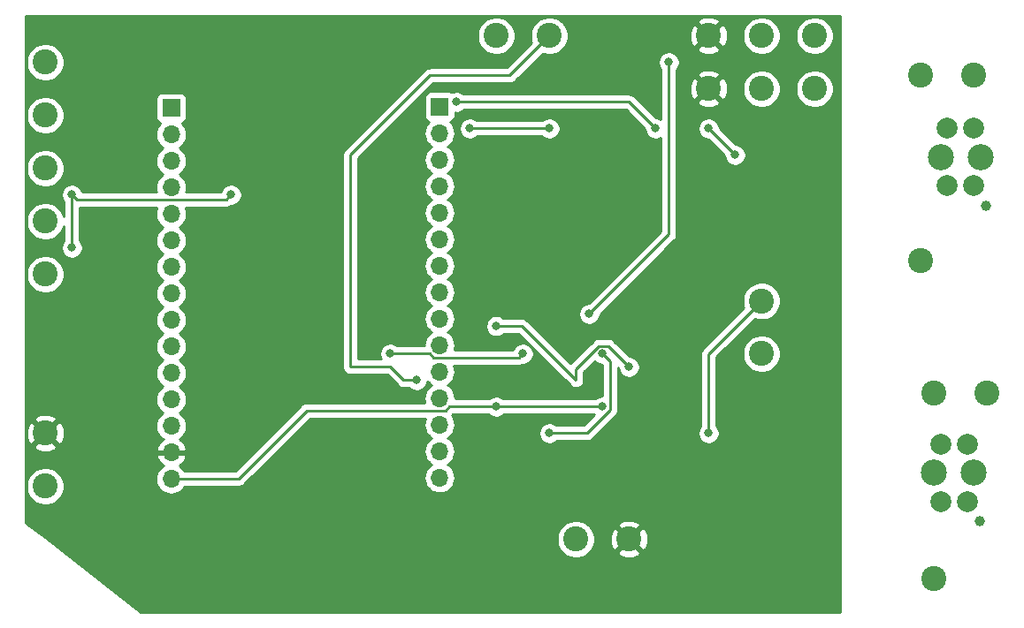
<source format=gbr>
G04 #@! TF.GenerationSoftware,KiCad,Pcbnew,(5.1.0)-1*
G04 #@! TF.CreationDate,2019-07-09T21:44:00+02:00*
G04 #@! TF.ProjectId,PP,50502e6b-6963-4616-945f-706362585858,rev?*
G04 #@! TF.SameCoordinates,Original*
G04 #@! TF.FileFunction,Copper,L2,Bot*
G04 #@! TF.FilePolarity,Positive*
%FSLAX46Y46*%
G04 Gerber Fmt 4.6, Leading zero omitted, Abs format (unit mm)*
G04 Created by KiCad (PCBNEW (5.1.0)-1) date 2019-07-09 21:44:00*
%MOMM*%
%LPD*%
G04 APERTURE LIST*
%ADD10C,2.400000*%
%ADD11O,1.700000X1.700000*%
%ADD12R,1.700000X1.700000*%
%ADD13C,1.000000*%
%ADD14C,2.500000*%
%ADD15C,2.000000*%
%ADD16C,0.800000*%
%ADD17C,0.250000*%
%ADD18C,0.254000*%
G04 APERTURE END LIST*
D10*
X111760000Y-48290000D03*
X111760000Y-53340000D03*
X86360000Y-22860000D03*
X99060000Y-71120000D03*
D11*
X55224999Y-65340000D03*
X55224999Y-62800000D03*
X55224999Y-60260000D03*
X55224999Y-57720000D03*
X55224999Y-55180000D03*
X55224999Y-52640000D03*
X55224999Y-50100000D03*
X55224999Y-47560000D03*
X55224999Y-45020000D03*
X55224999Y-42480000D03*
X55224999Y-39940000D03*
X55224999Y-37400000D03*
X55224999Y-34860000D03*
X55224999Y-32320000D03*
D12*
X55224999Y-29780000D03*
X55224999Y-29780000D03*
D11*
X55224999Y-32320000D03*
X55224999Y-34860000D03*
X55224999Y-37400000D03*
X55224999Y-39940000D03*
X55224999Y-42480000D03*
X55224999Y-45020000D03*
X55224999Y-47560000D03*
X55224999Y-50100000D03*
X55224999Y-52640000D03*
X55224999Y-55180000D03*
X55224999Y-57720000D03*
X55224999Y-60260000D03*
X55224999Y-62800000D03*
X55224999Y-65340000D03*
X80924999Y-65240000D03*
X80924999Y-62700000D03*
X80924999Y-60160000D03*
X80924999Y-57620000D03*
X80924999Y-55080000D03*
X80924999Y-52540000D03*
X80924999Y-50000000D03*
X80924999Y-47460000D03*
X80924999Y-44920000D03*
X80924999Y-42380000D03*
X80924999Y-39840000D03*
X80924999Y-37300000D03*
X80924999Y-34760000D03*
X80924999Y-32220000D03*
D12*
X80924999Y-29680000D03*
X80924999Y-29680000D03*
D11*
X80924999Y-32220000D03*
X80924999Y-34760000D03*
X80924999Y-37300000D03*
X80924999Y-39840000D03*
X80924999Y-42380000D03*
X80924999Y-44920000D03*
X80924999Y-47460000D03*
X80924999Y-50000000D03*
X80924999Y-52540000D03*
X80924999Y-55080000D03*
X80924999Y-57620000D03*
X80924999Y-60160000D03*
X80924999Y-62700000D03*
X80924999Y-65240000D03*
D10*
X133350000Y-57150000D03*
X132080000Y-26670000D03*
X128270000Y-74930000D03*
X127000000Y-44450000D03*
X128270000Y-57150000D03*
X127000000Y-26670000D03*
X106680000Y-22860000D03*
X106680000Y-27940000D03*
X43180000Y-60960000D03*
X116840000Y-22860000D03*
X116840000Y-27940000D03*
X43180000Y-30480000D03*
X43180000Y-40640000D03*
X43180000Y-25400000D03*
D13*
X133260000Y-39150000D03*
D14*
X128910000Y-34500000D03*
X132710000Y-34500000D03*
D15*
X132080000Y-31750000D03*
X132080000Y-37250000D03*
X129540000Y-31750000D03*
X129540000Y-37250000D03*
X128900000Y-67520000D03*
X128900000Y-62020000D03*
X131440000Y-67520000D03*
X131440000Y-62020000D03*
D14*
X132070000Y-64770000D03*
X128270000Y-64770000D03*
D13*
X132620000Y-69420000D03*
D10*
X43180000Y-35560000D03*
X43180000Y-45720000D03*
X91440000Y-22860000D03*
X111760000Y-22860000D03*
X111760000Y-27940000D03*
X43180000Y-66040000D03*
X93980000Y-71120000D03*
D16*
X45720000Y-38100000D03*
X45720000Y-43180000D03*
X60960000Y-38100000D03*
X82550000Y-29210000D03*
X101600000Y-31750000D03*
X106680000Y-31750000D03*
X109220000Y-34290000D03*
X78740000Y-55880000D03*
X86360000Y-50700000D03*
X99060000Y-54610000D03*
X91440000Y-60960000D03*
X96520000Y-53340000D03*
X83820000Y-31750000D03*
X91440000Y-31750000D03*
X86360000Y-58420000D03*
X96520000Y-58420000D03*
X101600000Y-60960000D03*
X101600000Y-50800000D03*
X95250000Y-49530000D03*
X102870000Y-25400000D03*
X76200000Y-53340000D03*
X88900000Y-53340000D03*
X106680000Y-60960000D03*
D17*
X45720000Y-38100000D02*
X45720000Y-43180000D01*
X46195001Y-38575001D02*
X60484999Y-38575001D01*
X45720000Y-38100000D02*
X46195001Y-38575001D01*
X60484999Y-38575001D02*
X60960000Y-38100000D01*
X82550000Y-29210000D02*
X99060000Y-29210000D01*
X99060000Y-29210000D02*
X101600000Y-31750000D01*
X106680000Y-31750000D02*
X109220000Y-34290000D01*
X77470000Y-55880000D02*
X76200000Y-54610000D01*
X78740000Y-55880000D02*
X77470000Y-55880000D01*
X76200000Y-54610000D02*
X72390000Y-54610000D01*
X72390000Y-54610000D02*
X72390000Y-34290000D01*
X72390000Y-34290000D02*
X80010000Y-26670000D01*
X87630000Y-26670000D02*
X91440000Y-22860000D01*
X80010000Y-26670000D02*
X87630000Y-26670000D01*
X86360000Y-50700000D02*
X88800000Y-50700000D01*
X88800000Y-50700000D02*
X93980000Y-55880000D01*
X93980000Y-54806998D02*
X93980000Y-55880000D01*
X96171999Y-52614999D02*
X93980000Y-54806998D01*
X97064999Y-52614999D02*
X96171999Y-52614999D01*
X99060000Y-54610000D02*
X97064999Y-52614999D01*
X97245001Y-58768001D02*
X97245001Y-54065001D01*
X91440000Y-60960000D02*
X95053002Y-60960000D01*
X95053002Y-60960000D02*
X97245001Y-58768001D01*
X97245001Y-54065001D02*
X96520000Y-53340000D01*
X83820000Y-31750000D02*
X91440000Y-31750000D01*
X86360000Y-58420000D02*
X96520000Y-58420000D01*
X81489000Y-58795001D02*
X68204999Y-58795001D01*
X86360000Y-58420000D02*
X81864001Y-58420000D01*
X81864001Y-58420000D02*
X81489000Y-58795001D01*
X61660000Y-65340000D02*
X68204999Y-58795001D01*
X55224999Y-65340000D02*
X61660000Y-65340000D01*
X95250000Y-49530000D02*
X102870000Y-41910000D01*
X102870000Y-41910000D02*
X102870000Y-25400000D01*
X80360998Y-53715001D02*
X88524999Y-53715001D01*
X76200000Y-53340000D02*
X79985997Y-53340000D01*
X79985997Y-53340000D02*
X80360998Y-53715001D01*
X88524999Y-53715001D02*
X88900000Y-53340000D01*
X106680000Y-53370000D02*
X111760000Y-48290000D01*
X106680000Y-60960000D02*
X106680000Y-53370000D01*
D18*
G36*
X119253000Y-78080000D02*
G01*
X52296451Y-78080000D01*
X43115509Y-70939268D01*
X92145000Y-70939268D01*
X92145000Y-71300732D01*
X92215518Y-71655250D01*
X92353844Y-71989199D01*
X92554662Y-72289744D01*
X92810256Y-72545338D01*
X93110801Y-72746156D01*
X93444750Y-72884482D01*
X93799268Y-72955000D01*
X94160732Y-72955000D01*
X94515250Y-72884482D01*
X94849199Y-72746156D01*
X95149744Y-72545338D01*
X95297102Y-72397980D01*
X97961626Y-72397980D01*
X98081514Y-72682836D01*
X98405210Y-72843699D01*
X98754069Y-72938322D01*
X99114684Y-72963067D01*
X99473198Y-72916985D01*
X99815833Y-72801846D01*
X100038486Y-72682836D01*
X100158374Y-72397980D01*
X99060000Y-71299605D01*
X97961626Y-72397980D01*
X95297102Y-72397980D01*
X95405338Y-72289744D01*
X95606156Y-71989199D01*
X95744482Y-71655250D01*
X95815000Y-71300732D01*
X95815000Y-71174684D01*
X97216933Y-71174684D01*
X97263015Y-71533198D01*
X97378154Y-71875833D01*
X97497164Y-72098486D01*
X97782020Y-72218374D01*
X98880395Y-71120000D01*
X99239605Y-71120000D01*
X100337980Y-72218374D01*
X100622836Y-72098486D01*
X100783699Y-71774790D01*
X100878322Y-71425931D01*
X100903067Y-71065316D01*
X100856985Y-70706802D01*
X100741846Y-70364167D01*
X100622836Y-70141514D01*
X100337980Y-70021626D01*
X99239605Y-71120000D01*
X98880395Y-71120000D01*
X97782020Y-70021626D01*
X97497164Y-70141514D01*
X97336301Y-70465210D01*
X97241678Y-70814069D01*
X97216933Y-71174684D01*
X95815000Y-71174684D01*
X95815000Y-70939268D01*
X95744482Y-70584750D01*
X95606156Y-70250801D01*
X95405338Y-69950256D01*
X95297102Y-69842020D01*
X97961626Y-69842020D01*
X99060000Y-70940395D01*
X100158374Y-69842020D01*
X100038486Y-69557164D01*
X99714790Y-69396301D01*
X99365931Y-69301678D01*
X99005316Y-69276933D01*
X98646802Y-69323015D01*
X98304167Y-69438154D01*
X98081514Y-69557164D01*
X97961626Y-69842020D01*
X95297102Y-69842020D01*
X95149744Y-69694662D01*
X94849199Y-69493844D01*
X94515250Y-69355518D01*
X94160732Y-69285000D01*
X93799268Y-69285000D01*
X93444750Y-69355518D01*
X93110801Y-69493844D01*
X92810256Y-69694662D01*
X92554662Y-69950256D01*
X92353844Y-70250801D01*
X92215518Y-70584750D01*
X92145000Y-70939268D01*
X43115509Y-70939268D01*
X41300000Y-69527206D01*
X41300000Y-65859268D01*
X41345000Y-65859268D01*
X41345000Y-66220732D01*
X41415518Y-66575250D01*
X41553844Y-66909199D01*
X41754662Y-67209744D01*
X42010256Y-67465338D01*
X42310801Y-67666156D01*
X42644750Y-67804482D01*
X42999268Y-67875000D01*
X43360732Y-67875000D01*
X43715250Y-67804482D01*
X44049199Y-67666156D01*
X44349744Y-67465338D01*
X44605338Y-67209744D01*
X44806156Y-66909199D01*
X44944482Y-66575250D01*
X45015000Y-66220732D01*
X45015000Y-65859268D01*
X44944482Y-65504750D01*
X44876241Y-65340000D01*
X53732814Y-65340000D01*
X53761486Y-65631111D01*
X53846400Y-65911034D01*
X53984293Y-66169014D01*
X54169865Y-66395134D01*
X54395985Y-66580706D01*
X54653965Y-66718599D01*
X54933888Y-66803513D01*
X55152049Y-66825000D01*
X55297949Y-66825000D01*
X55516110Y-66803513D01*
X55796033Y-66718599D01*
X56054013Y-66580706D01*
X56280133Y-66395134D01*
X56465705Y-66169014D01*
X56502594Y-66100000D01*
X61622678Y-66100000D01*
X61660000Y-66103676D01*
X61697322Y-66100000D01*
X61697333Y-66100000D01*
X61808986Y-66089003D01*
X61952247Y-66045546D01*
X62084276Y-65974974D01*
X62200001Y-65880001D01*
X62223804Y-65850997D01*
X68519801Y-59555001D01*
X79564555Y-59555001D01*
X79546400Y-59588966D01*
X79461486Y-59868889D01*
X79432814Y-60160000D01*
X79461486Y-60451111D01*
X79546400Y-60731034D01*
X79684293Y-60989014D01*
X79869865Y-61215134D01*
X80095985Y-61400706D01*
X80150790Y-61430000D01*
X80095985Y-61459294D01*
X79869865Y-61644866D01*
X79684293Y-61870986D01*
X79546400Y-62128966D01*
X79461486Y-62408889D01*
X79432814Y-62700000D01*
X79461486Y-62991111D01*
X79546400Y-63271034D01*
X79684293Y-63529014D01*
X79869865Y-63755134D01*
X80095985Y-63940706D01*
X80150790Y-63970000D01*
X80095985Y-63999294D01*
X79869865Y-64184866D01*
X79684293Y-64410986D01*
X79546400Y-64668966D01*
X79461486Y-64948889D01*
X79432814Y-65240000D01*
X79461486Y-65531111D01*
X79546400Y-65811034D01*
X79684293Y-66069014D01*
X79869865Y-66295134D01*
X80095985Y-66480706D01*
X80353965Y-66618599D01*
X80633888Y-66703513D01*
X80852049Y-66725000D01*
X80997949Y-66725000D01*
X81216110Y-66703513D01*
X81496033Y-66618599D01*
X81754013Y-66480706D01*
X81980133Y-66295134D01*
X82165705Y-66069014D01*
X82303598Y-65811034D01*
X82388512Y-65531111D01*
X82417184Y-65240000D01*
X82388512Y-64948889D01*
X82303598Y-64668966D01*
X82165705Y-64410986D01*
X81980133Y-64184866D01*
X81754013Y-63999294D01*
X81699208Y-63970000D01*
X81754013Y-63940706D01*
X81980133Y-63755134D01*
X82165705Y-63529014D01*
X82303598Y-63271034D01*
X82388512Y-62991111D01*
X82417184Y-62700000D01*
X82388512Y-62408889D01*
X82303598Y-62128966D01*
X82165705Y-61870986D01*
X81980133Y-61644866D01*
X81754013Y-61459294D01*
X81699208Y-61430000D01*
X81754013Y-61400706D01*
X81980133Y-61215134D01*
X82165705Y-60989014D01*
X82303598Y-60731034D01*
X82388512Y-60451111D01*
X82417184Y-60160000D01*
X82388512Y-59868889D01*
X82303598Y-59588966D01*
X82165705Y-59330986D01*
X82103551Y-59255251D01*
X82178802Y-59180000D01*
X85656289Y-59180000D01*
X85700226Y-59223937D01*
X85869744Y-59337205D01*
X86058102Y-59415226D01*
X86258061Y-59455000D01*
X86461939Y-59455000D01*
X86661898Y-59415226D01*
X86850256Y-59337205D01*
X87019774Y-59223937D01*
X87063711Y-59180000D01*
X95758200Y-59180000D01*
X94738201Y-60200000D01*
X92143711Y-60200000D01*
X92099774Y-60156063D01*
X91930256Y-60042795D01*
X91741898Y-59964774D01*
X91541939Y-59925000D01*
X91338061Y-59925000D01*
X91138102Y-59964774D01*
X90949744Y-60042795D01*
X90780226Y-60156063D01*
X90636063Y-60300226D01*
X90522795Y-60469744D01*
X90444774Y-60658102D01*
X90405000Y-60858061D01*
X90405000Y-61061939D01*
X90444774Y-61261898D01*
X90522795Y-61450256D01*
X90636063Y-61619774D01*
X90780226Y-61763937D01*
X90949744Y-61877205D01*
X91138102Y-61955226D01*
X91338061Y-61995000D01*
X91541939Y-61995000D01*
X91741898Y-61955226D01*
X91930256Y-61877205D01*
X92099774Y-61763937D01*
X92143711Y-61720000D01*
X95015680Y-61720000D01*
X95053002Y-61723676D01*
X95090324Y-61720000D01*
X95090335Y-61720000D01*
X95201988Y-61709003D01*
X95345249Y-61665546D01*
X95477278Y-61594974D01*
X95593003Y-61500001D01*
X95616806Y-61470997D01*
X96229742Y-60858061D01*
X105645000Y-60858061D01*
X105645000Y-61061939D01*
X105684774Y-61261898D01*
X105762795Y-61450256D01*
X105876063Y-61619774D01*
X106020226Y-61763937D01*
X106189744Y-61877205D01*
X106378102Y-61955226D01*
X106578061Y-61995000D01*
X106781939Y-61995000D01*
X106981898Y-61955226D01*
X107170256Y-61877205D01*
X107339774Y-61763937D01*
X107483937Y-61619774D01*
X107597205Y-61450256D01*
X107675226Y-61261898D01*
X107715000Y-61061939D01*
X107715000Y-60858061D01*
X107675226Y-60658102D01*
X107597205Y-60469744D01*
X107483937Y-60300226D01*
X107440000Y-60256289D01*
X107440000Y-53684801D01*
X107965533Y-53159268D01*
X109925000Y-53159268D01*
X109925000Y-53520732D01*
X109995518Y-53875250D01*
X110133844Y-54209199D01*
X110334662Y-54509744D01*
X110590256Y-54765338D01*
X110890801Y-54966156D01*
X111224750Y-55104482D01*
X111579268Y-55175000D01*
X111940732Y-55175000D01*
X112295250Y-55104482D01*
X112629199Y-54966156D01*
X112929744Y-54765338D01*
X113185338Y-54509744D01*
X113386156Y-54209199D01*
X113524482Y-53875250D01*
X113595000Y-53520732D01*
X113595000Y-53159268D01*
X113524482Y-52804750D01*
X113386156Y-52470801D01*
X113185338Y-52170256D01*
X112929744Y-51914662D01*
X112629199Y-51713844D01*
X112295250Y-51575518D01*
X111940732Y-51505000D01*
X111579268Y-51505000D01*
X111224750Y-51575518D01*
X110890801Y-51713844D01*
X110590256Y-51914662D01*
X110334662Y-52170256D01*
X110133844Y-52470801D01*
X109995518Y-52804750D01*
X109925000Y-53159268D01*
X107965533Y-53159268D01*
X111115551Y-50009250D01*
X111224750Y-50054482D01*
X111579268Y-50125000D01*
X111940732Y-50125000D01*
X112295250Y-50054482D01*
X112629199Y-49916156D01*
X112929744Y-49715338D01*
X113185338Y-49459744D01*
X113386156Y-49159199D01*
X113524482Y-48825250D01*
X113595000Y-48470732D01*
X113595000Y-48109268D01*
X113524482Y-47754750D01*
X113386156Y-47420801D01*
X113185338Y-47120256D01*
X112929744Y-46864662D01*
X112629199Y-46663844D01*
X112295250Y-46525518D01*
X111940732Y-46455000D01*
X111579268Y-46455000D01*
X111224750Y-46525518D01*
X110890801Y-46663844D01*
X110590256Y-46864662D01*
X110334662Y-47120256D01*
X110133844Y-47420801D01*
X109995518Y-47754750D01*
X109925000Y-48109268D01*
X109925000Y-48470732D01*
X109995518Y-48825250D01*
X110040750Y-48934449D01*
X106168998Y-52806201D01*
X106140000Y-52829999D01*
X106116202Y-52858997D01*
X106116201Y-52858998D01*
X106045026Y-52945724D01*
X105974454Y-53077754D01*
X105973765Y-53080027D01*
X105934026Y-53211034D01*
X105930998Y-53221015D01*
X105916324Y-53370000D01*
X105920001Y-53407332D01*
X105920000Y-60256289D01*
X105876063Y-60300226D01*
X105762795Y-60469744D01*
X105684774Y-60658102D01*
X105645000Y-60858061D01*
X96229742Y-60858061D01*
X97756005Y-59331799D01*
X97785002Y-59308002D01*
X97879975Y-59192277D01*
X97950547Y-59060248D01*
X97994004Y-58916987D01*
X98005001Y-58805334D01*
X98005001Y-58805326D01*
X98008677Y-58768001D01*
X98005001Y-58730676D01*
X98005001Y-54629803D01*
X98025000Y-54649802D01*
X98025000Y-54711939D01*
X98064774Y-54911898D01*
X98142795Y-55100256D01*
X98256063Y-55269774D01*
X98400226Y-55413937D01*
X98569744Y-55527205D01*
X98758102Y-55605226D01*
X98958061Y-55645000D01*
X99161939Y-55645000D01*
X99361898Y-55605226D01*
X99550256Y-55527205D01*
X99719774Y-55413937D01*
X99863937Y-55269774D01*
X99977205Y-55100256D01*
X100055226Y-54911898D01*
X100095000Y-54711939D01*
X100095000Y-54508061D01*
X100055226Y-54308102D01*
X99977205Y-54119744D01*
X99863937Y-53950226D01*
X99719774Y-53806063D01*
X99550256Y-53692795D01*
X99361898Y-53614774D01*
X99161939Y-53575000D01*
X99099802Y-53575000D01*
X97628803Y-52104001D01*
X97605000Y-52074998D01*
X97489275Y-51980025D01*
X97357246Y-51909453D01*
X97213985Y-51865996D01*
X97102332Y-51854999D01*
X97102321Y-51854999D01*
X97064999Y-51851323D01*
X97027677Y-51854999D01*
X96209324Y-51854999D01*
X96171999Y-51851323D01*
X96134674Y-51854999D01*
X96134666Y-51854999D01*
X96023013Y-51865996D01*
X95879752Y-51909453D01*
X95747723Y-51980025D01*
X95631998Y-52074998D01*
X95608200Y-52103996D01*
X93469003Y-54243194D01*
X93440988Y-54266186D01*
X89363804Y-50189003D01*
X89340001Y-50159999D01*
X89224276Y-50065026D01*
X89092247Y-49994454D01*
X88948986Y-49950997D01*
X88837333Y-49940000D01*
X88837322Y-49940000D01*
X88800000Y-49936324D01*
X88762678Y-49940000D01*
X87063711Y-49940000D01*
X87019774Y-49896063D01*
X86850256Y-49782795D01*
X86661898Y-49704774D01*
X86461939Y-49665000D01*
X86258061Y-49665000D01*
X86058102Y-49704774D01*
X85869744Y-49782795D01*
X85700226Y-49896063D01*
X85556063Y-50040226D01*
X85442795Y-50209744D01*
X85364774Y-50398102D01*
X85325000Y-50598061D01*
X85325000Y-50801939D01*
X85364774Y-51001898D01*
X85442795Y-51190256D01*
X85556063Y-51359774D01*
X85700226Y-51503937D01*
X85869744Y-51617205D01*
X86058102Y-51695226D01*
X86258061Y-51735000D01*
X86461939Y-51735000D01*
X86661898Y-51695226D01*
X86850256Y-51617205D01*
X87019774Y-51503937D01*
X87063711Y-51460000D01*
X88485199Y-51460000D01*
X93416206Y-56391008D01*
X93440000Y-56420001D01*
X93468993Y-56443795D01*
X93468997Y-56443799D01*
X93555723Y-56514973D01*
X93687753Y-56585546D01*
X93750132Y-56604468D01*
X93831015Y-56629003D01*
X93980000Y-56643677D01*
X94128986Y-56629003D01*
X94272247Y-56585546D01*
X94404276Y-56514974D01*
X94520001Y-56420001D01*
X94614974Y-56304276D01*
X94685546Y-56172247D01*
X94729003Y-56028986D01*
X94740000Y-55917333D01*
X94740000Y-55917322D01*
X94743676Y-55879999D01*
X94740000Y-55842676D01*
X94740000Y-55121799D01*
X95789044Y-54072755D01*
X95860226Y-54143937D01*
X96029744Y-54257205D01*
X96218102Y-54335226D01*
X96418061Y-54375000D01*
X96480198Y-54375000D01*
X96485002Y-54379804D01*
X96485001Y-57385000D01*
X96418061Y-57385000D01*
X96218102Y-57424774D01*
X96029744Y-57502795D01*
X95860226Y-57616063D01*
X95816289Y-57660000D01*
X87063711Y-57660000D01*
X87019774Y-57616063D01*
X86850256Y-57502795D01*
X86661898Y-57424774D01*
X86461939Y-57385000D01*
X86258061Y-57385000D01*
X86058102Y-57424774D01*
X85869744Y-57502795D01*
X85700226Y-57616063D01*
X85656289Y-57660000D01*
X82413244Y-57660000D01*
X82417184Y-57620000D01*
X82388512Y-57328889D01*
X82303598Y-57048966D01*
X82165705Y-56790986D01*
X81980133Y-56564866D01*
X81754013Y-56379294D01*
X81699208Y-56350000D01*
X81754013Y-56320706D01*
X81980133Y-56135134D01*
X82165705Y-55909014D01*
X82303598Y-55651034D01*
X82388512Y-55371111D01*
X82417184Y-55080000D01*
X82388512Y-54788889D01*
X82303598Y-54508966D01*
X82285443Y-54475001D01*
X88487677Y-54475001D01*
X88524999Y-54478677D01*
X88562321Y-54475001D01*
X88562332Y-54475001D01*
X88673985Y-54464004D01*
X88817246Y-54420547D01*
X88902457Y-54375000D01*
X89001939Y-54375000D01*
X89201898Y-54335226D01*
X89390256Y-54257205D01*
X89559774Y-54143937D01*
X89703937Y-53999774D01*
X89817205Y-53830256D01*
X89895226Y-53641898D01*
X89935000Y-53441939D01*
X89935000Y-53238061D01*
X89895226Y-53038102D01*
X89817205Y-52849744D01*
X89703937Y-52680226D01*
X89559774Y-52536063D01*
X89390256Y-52422795D01*
X89201898Y-52344774D01*
X89001939Y-52305000D01*
X88798061Y-52305000D01*
X88598102Y-52344774D01*
X88409744Y-52422795D01*
X88240226Y-52536063D01*
X88096063Y-52680226D01*
X87982795Y-52849744D01*
X87939196Y-52955001D01*
X82350930Y-52955001D01*
X82388512Y-52831111D01*
X82417184Y-52540000D01*
X82388512Y-52248889D01*
X82303598Y-51968966D01*
X82165705Y-51710986D01*
X81980133Y-51484866D01*
X81754013Y-51299294D01*
X81699208Y-51270000D01*
X81754013Y-51240706D01*
X81980133Y-51055134D01*
X82165705Y-50829014D01*
X82303598Y-50571034D01*
X82388512Y-50291111D01*
X82417184Y-50000000D01*
X82388512Y-49708889D01*
X82303598Y-49428966D01*
X82165705Y-49170986D01*
X81980133Y-48944866D01*
X81754013Y-48759294D01*
X81699208Y-48730000D01*
X81754013Y-48700706D01*
X81980133Y-48515134D01*
X82165705Y-48289014D01*
X82303598Y-48031034D01*
X82388512Y-47751111D01*
X82417184Y-47460000D01*
X82388512Y-47168889D01*
X82303598Y-46888966D01*
X82165705Y-46630986D01*
X81980133Y-46404866D01*
X81754013Y-46219294D01*
X81699208Y-46190000D01*
X81754013Y-46160706D01*
X81980133Y-45975134D01*
X82165705Y-45749014D01*
X82303598Y-45491034D01*
X82388512Y-45211111D01*
X82417184Y-44920000D01*
X82388512Y-44628889D01*
X82303598Y-44348966D01*
X82165705Y-44090986D01*
X81980133Y-43864866D01*
X81754013Y-43679294D01*
X81699208Y-43650000D01*
X81754013Y-43620706D01*
X81980133Y-43435134D01*
X82165705Y-43209014D01*
X82303598Y-42951034D01*
X82388512Y-42671111D01*
X82417184Y-42380000D01*
X82388512Y-42088889D01*
X82303598Y-41808966D01*
X82165705Y-41550986D01*
X81980133Y-41324866D01*
X81754013Y-41139294D01*
X81699208Y-41110000D01*
X81754013Y-41080706D01*
X81980133Y-40895134D01*
X82165705Y-40669014D01*
X82303598Y-40411034D01*
X82388512Y-40131111D01*
X82417184Y-39840000D01*
X82388512Y-39548889D01*
X82303598Y-39268966D01*
X82165705Y-39010986D01*
X81980133Y-38784866D01*
X81754013Y-38599294D01*
X81699208Y-38570000D01*
X81754013Y-38540706D01*
X81980133Y-38355134D01*
X82165705Y-38129014D01*
X82303598Y-37871034D01*
X82388512Y-37591111D01*
X82417184Y-37300000D01*
X82388512Y-37008889D01*
X82303598Y-36728966D01*
X82165705Y-36470986D01*
X81980133Y-36244866D01*
X81754013Y-36059294D01*
X81699208Y-36030000D01*
X81754013Y-36000706D01*
X81980133Y-35815134D01*
X82165705Y-35589014D01*
X82303598Y-35331034D01*
X82388512Y-35051111D01*
X82417184Y-34760000D01*
X82388512Y-34468889D01*
X82303598Y-34188966D01*
X82165705Y-33930986D01*
X81980133Y-33704866D01*
X81754013Y-33519294D01*
X81699208Y-33490000D01*
X81754013Y-33460706D01*
X81980133Y-33275134D01*
X82165705Y-33049014D01*
X82303598Y-32791034D01*
X82388512Y-32511111D01*
X82417184Y-32220000D01*
X82388512Y-31928889D01*
X82303598Y-31648966D01*
X82303115Y-31648061D01*
X82785000Y-31648061D01*
X82785000Y-31851939D01*
X82824774Y-32051898D01*
X82902795Y-32240256D01*
X83016063Y-32409774D01*
X83160226Y-32553937D01*
X83329744Y-32667205D01*
X83518102Y-32745226D01*
X83718061Y-32785000D01*
X83921939Y-32785000D01*
X84121898Y-32745226D01*
X84310256Y-32667205D01*
X84479774Y-32553937D01*
X84523711Y-32510000D01*
X90736289Y-32510000D01*
X90780226Y-32553937D01*
X90949744Y-32667205D01*
X91138102Y-32745226D01*
X91338061Y-32785000D01*
X91541939Y-32785000D01*
X91741898Y-32745226D01*
X91930256Y-32667205D01*
X92099774Y-32553937D01*
X92243937Y-32409774D01*
X92357205Y-32240256D01*
X92435226Y-32051898D01*
X92475000Y-31851939D01*
X92475000Y-31648061D01*
X92435226Y-31448102D01*
X92357205Y-31259744D01*
X92243937Y-31090226D01*
X92099774Y-30946063D01*
X91930256Y-30832795D01*
X91741898Y-30754774D01*
X91541939Y-30715000D01*
X91338061Y-30715000D01*
X91138102Y-30754774D01*
X90949744Y-30832795D01*
X90780226Y-30946063D01*
X90736289Y-30990000D01*
X84523711Y-30990000D01*
X84479774Y-30946063D01*
X84310256Y-30832795D01*
X84121898Y-30754774D01*
X83921939Y-30715000D01*
X83718061Y-30715000D01*
X83518102Y-30754774D01*
X83329744Y-30832795D01*
X83160226Y-30946063D01*
X83016063Y-31090226D01*
X82902795Y-31259744D01*
X82824774Y-31448102D01*
X82785000Y-31648061D01*
X82303115Y-31648061D01*
X82165705Y-31390986D01*
X81980133Y-31164866D01*
X81950312Y-31140393D01*
X82019179Y-31119502D01*
X82129493Y-31060537D01*
X82226184Y-30981185D01*
X82305536Y-30884494D01*
X82364501Y-30774180D01*
X82400811Y-30654482D01*
X82413071Y-30530000D01*
X82413071Y-30238040D01*
X82448061Y-30245000D01*
X82651939Y-30245000D01*
X82851898Y-30205226D01*
X83040256Y-30127205D01*
X83209774Y-30013937D01*
X83253711Y-29970000D01*
X98745199Y-29970000D01*
X100565000Y-31789803D01*
X100565000Y-31851939D01*
X100604774Y-32051898D01*
X100682795Y-32240256D01*
X100796063Y-32409774D01*
X100940226Y-32553937D01*
X101109744Y-32667205D01*
X101298102Y-32745226D01*
X101498061Y-32785000D01*
X101701939Y-32785000D01*
X101901898Y-32745226D01*
X102090256Y-32667205D01*
X102110001Y-32654012D01*
X102110000Y-41595198D01*
X95210199Y-48495000D01*
X95148061Y-48495000D01*
X94948102Y-48534774D01*
X94759744Y-48612795D01*
X94590226Y-48726063D01*
X94446063Y-48870226D01*
X94332795Y-49039744D01*
X94254774Y-49228102D01*
X94215000Y-49428061D01*
X94215000Y-49631939D01*
X94254774Y-49831898D01*
X94332795Y-50020256D01*
X94446063Y-50189774D01*
X94590226Y-50333937D01*
X94759744Y-50447205D01*
X94948102Y-50525226D01*
X95148061Y-50565000D01*
X95351939Y-50565000D01*
X95551898Y-50525226D01*
X95740256Y-50447205D01*
X95909774Y-50333937D01*
X96053937Y-50189774D01*
X96167205Y-50020256D01*
X96245226Y-49831898D01*
X96285000Y-49631939D01*
X96285000Y-49569801D01*
X103381004Y-42473798D01*
X103410001Y-42450001D01*
X103504974Y-42334276D01*
X103575546Y-42202247D01*
X103619003Y-42058986D01*
X103630000Y-41947333D01*
X103630000Y-41947324D01*
X103633676Y-41910001D01*
X103630000Y-41872678D01*
X103630000Y-31648061D01*
X105645000Y-31648061D01*
X105645000Y-31851939D01*
X105684774Y-32051898D01*
X105762795Y-32240256D01*
X105876063Y-32409774D01*
X106020226Y-32553937D01*
X106189744Y-32667205D01*
X106378102Y-32745226D01*
X106578061Y-32785000D01*
X106640199Y-32785000D01*
X108185000Y-34329803D01*
X108185000Y-34391939D01*
X108224774Y-34591898D01*
X108302795Y-34780256D01*
X108416063Y-34949774D01*
X108560226Y-35093937D01*
X108729744Y-35207205D01*
X108918102Y-35285226D01*
X109118061Y-35325000D01*
X109321939Y-35325000D01*
X109521898Y-35285226D01*
X109710256Y-35207205D01*
X109879774Y-35093937D01*
X110023937Y-34949774D01*
X110137205Y-34780256D01*
X110215226Y-34591898D01*
X110255000Y-34391939D01*
X110255000Y-34188061D01*
X110215226Y-33988102D01*
X110137205Y-33799744D01*
X110023937Y-33630226D01*
X109879774Y-33486063D01*
X109710256Y-33372795D01*
X109521898Y-33294774D01*
X109321939Y-33255000D01*
X109259803Y-33255000D01*
X107715000Y-31710199D01*
X107715000Y-31648061D01*
X107675226Y-31448102D01*
X107597205Y-31259744D01*
X107483937Y-31090226D01*
X107339774Y-30946063D01*
X107170256Y-30832795D01*
X106981898Y-30754774D01*
X106781939Y-30715000D01*
X106578061Y-30715000D01*
X106378102Y-30754774D01*
X106189744Y-30832795D01*
X106020226Y-30946063D01*
X105876063Y-31090226D01*
X105762795Y-31259744D01*
X105684774Y-31448102D01*
X105645000Y-31648061D01*
X103630000Y-31648061D01*
X103630000Y-29217980D01*
X105581626Y-29217980D01*
X105701514Y-29502836D01*
X106025210Y-29663699D01*
X106374069Y-29758322D01*
X106734684Y-29783067D01*
X107093198Y-29736985D01*
X107435833Y-29621846D01*
X107658486Y-29502836D01*
X107778374Y-29217980D01*
X106680000Y-28119605D01*
X105581626Y-29217980D01*
X103630000Y-29217980D01*
X103630000Y-27994684D01*
X104836933Y-27994684D01*
X104883015Y-28353198D01*
X104998154Y-28695833D01*
X105117164Y-28918486D01*
X105402020Y-29038374D01*
X106500395Y-27940000D01*
X106859605Y-27940000D01*
X107957980Y-29038374D01*
X108242836Y-28918486D01*
X108403699Y-28594790D01*
X108498322Y-28245931D01*
X108523067Y-27885316D01*
X108506866Y-27759268D01*
X109925000Y-27759268D01*
X109925000Y-28120732D01*
X109995518Y-28475250D01*
X110133844Y-28809199D01*
X110334662Y-29109744D01*
X110590256Y-29365338D01*
X110890801Y-29566156D01*
X111224750Y-29704482D01*
X111579268Y-29775000D01*
X111940732Y-29775000D01*
X112295250Y-29704482D01*
X112629199Y-29566156D01*
X112929744Y-29365338D01*
X113185338Y-29109744D01*
X113386156Y-28809199D01*
X113524482Y-28475250D01*
X113595000Y-28120732D01*
X113595000Y-27759268D01*
X115005000Y-27759268D01*
X115005000Y-28120732D01*
X115075518Y-28475250D01*
X115213844Y-28809199D01*
X115414662Y-29109744D01*
X115670256Y-29365338D01*
X115970801Y-29566156D01*
X116304750Y-29704482D01*
X116659268Y-29775000D01*
X117020732Y-29775000D01*
X117375250Y-29704482D01*
X117709199Y-29566156D01*
X118009744Y-29365338D01*
X118265338Y-29109744D01*
X118466156Y-28809199D01*
X118604482Y-28475250D01*
X118675000Y-28120732D01*
X118675000Y-27759268D01*
X118604482Y-27404750D01*
X118466156Y-27070801D01*
X118265338Y-26770256D01*
X118009744Y-26514662D01*
X117709199Y-26313844D01*
X117375250Y-26175518D01*
X117020732Y-26105000D01*
X116659268Y-26105000D01*
X116304750Y-26175518D01*
X115970801Y-26313844D01*
X115670256Y-26514662D01*
X115414662Y-26770256D01*
X115213844Y-27070801D01*
X115075518Y-27404750D01*
X115005000Y-27759268D01*
X113595000Y-27759268D01*
X113524482Y-27404750D01*
X113386156Y-27070801D01*
X113185338Y-26770256D01*
X112929744Y-26514662D01*
X112629199Y-26313844D01*
X112295250Y-26175518D01*
X111940732Y-26105000D01*
X111579268Y-26105000D01*
X111224750Y-26175518D01*
X110890801Y-26313844D01*
X110590256Y-26514662D01*
X110334662Y-26770256D01*
X110133844Y-27070801D01*
X109995518Y-27404750D01*
X109925000Y-27759268D01*
X108506866Y-27759268D01*
X108476985Y-27526802D01*
X108361846Y-27184167D01*
X108242836Y-26961514D01*
X107957980Y-26841626D01*
X106859605Y-27940000D01*
X106500395Y-27940000D01*
X105402020Y-26841626D01*
X105117164Y-26961514D01*
X104956301Y-27285210D01*
X104861678Y-27634069D01*
X104836933Y-27994684D01*
X103630000Y-27994684D01*
X103630000Y-26662020D01*
X105581626Y-26662020D01*
X106680000Y-27760395D01*
X107778374Y-26662020D01*
X107658486Y-26377164D01*
X107334790Y-26216301D01*
X106985931Y-26121678D01*
X106625316Y-26096933D01*
X106266802Y-26143015D01*
X105924167Y-26258154D01*
X105701514Y-26377164D01*
X105581626Y-26662020D01*
X103630000Y-26662020D01*
X103630000Y-26103711D01*
X103673937Y-26059774D01*
X103787205Y-25890256D01*
X103865226Y-25701898D01*
X103905000Y-25501939D01*
X103905000Y-25298061D01*
X103865226Y-25098102D01*
X103787205Y-24909744D01*
X103673937Y-24740226D01*
X103529774Y-24596063D01*
X103360256Y-24482795D01*
X103171898Y-24404774D01*
X102971939Y-24365000D01*
X102768061Y-24365000D01*
X102568102Y-24404774D01*
X102379744Y-24482795D01*
X102210226Y-24596063D01*
X102066063Y-24740226D01*
X101952795Y-24909744D01*
X101874774Y-25098102D01*
X101835000Y-25298061D01*
X101835000Y-25501939D01*
X101874774Y-25701898D01*
X101952795Y-25890256D01*
X102066063Y-26059774D01*
X102110001Y-26103712D01*
X102110001Y-30845988D01*
X102090256Y-30832795D01*
X101901898Y-30754774D01*
X101701939Y-30715000D01*
X101639803Y-30715000D01*
X99623804Y-28699003D01*
X99600001Y-28669999D01*
X99484276Y-28575026D01*
X99352247Y-28504454D01*
X99208986Y-28460997D01*
X99097333Y-28450000D01*
X99097322Y-28450000D01*
X99060000Y-28446324D01*
X99022678Y-28450000D01*
X83253711Y-28450000D01*
X83209774Y-28406063D01*
X83040256Y-28292795D01*
X82851898Y-28214774D01*
X82651939Y-28175000D01*
X82448061Y-28175000D01*
X82248102Y-28214774D01*
X82092012Y-28279429D01*
X82019179Y-28240498D01*
X81899481Y-28204188D01*
X81774999Y-28191928D01*
X80074999Y-28191928D01*
X79950517Y-28204188D01*
X79830819Y-28240498D01*
X79720505Y-28299463D01*
X79623814Y-28378815D01*
X79544462Y-28475506D01*
X79485497Y-28585820D01*
X79449187Y-28705518D01*
X79436927Y-28830000D01*
X79436927Y-30530000D01*
X79449187Y-30654482D01*
X79485497Y-30774180D01*
X79544462Y-30884494D01*
X79623814Y-30981185D01*
X79720505Y-31060537D01*
X79830819Y-31119502D01*
X79899686Y-31140393D01*
X79869865Y-31164866D01*
X79684293Y-31390986D01*
X79546400Y-31648966D01*
X79461486Y-31928889D01*
X79432814Y-32220000D01*
X79461486Y-32511111D01*
X79546400Y-32791034D01*
X79684293Y-33049014D01*
X79869865Y-33275134D01*
X80095985Y-33460706D01*
X80150790Y-33490000D01*
X80095985Y-33519294D01*
X79869865Y-33704866D01*
X79684293Y-33930986D01*
X79546400Y-34188966D01*
X79461486Y-34468889D01*
X79432814Y-34760000D01*
X79461486Y-35051111D01*
X79546400Y-35331034D01*
X79684293Y-35589014D01*
X79869865Y-35815134D01*
X80095985Y-36000706D01*
X80150790Y-36030000D01*
X80095985Y-36059294D01*
X79869865Y-36244866D01*
X79684293Y-36470986D01*
X79546400Y-36728966D01*
X79461486Y-37008889D01*
X79432814Y-37300000D01*
X79461486Y-37591111D01*
X79546400Y-37871034D01*
X79684293Y-38129014D01*
X79869865Y-38355134D01*
X80095985Y-38540706D01*
X80150790Y-38570000D01*
X80095985Y-38599294D01*
X79869865Y-38784866D01*
X79684293Y-39010986D01*
X79546400Y-39268966D01*
X79461486Y-39548889D01*
X79432814Y-39840000D01*
X79461486Y-40131111D01*
X79546400Y-40411034D01*
X79684293Y-40669014D01*
X79869865Y-40895134D01*
X80095985Y-41080706D01*
X80150790Y-41110000D01*
X80095985Y-41139294D01*
X79869865Y-41324866D01*
X79684293Y-41550986D01*
X79546400Y-41808966D01*
X79461486Y-42088889D01*
X79432814Y-42380000D01*
X79461486Y-42671111D01*
X79546400Y-42951034D01*
X79684293Y-43209014D01*
X79869865Y-43435134D01*
X80095985Y-43620706D01*
X80150790Y-43650000D01*
X80095985Y-43679294D01*
X79869865Y-43864866D01*
X79684293Y-44090986D01*
X79546400Y-44348966D01*
X79461486Y-44628889D01*
X79432814Y-44920000D01*
X79461486Y-45211111D01*
X79546400Y-45491034D01*
X79684293Y-45749014D01*
X79869865Y-45975134D01*
X80095985Y-46160706D01*
X80150790Y-46190000D01*
X80095985Y-46219294D01*
X79869865Y-46404866D01*
X79684293Y-46630986D01*
X79546400Y-46888966D01*
X79461486Y-47168889D01*
X79432814Y-47460000D01*
X79461486Y-47751111D01*
X79546400Y-48031034D01*
X79684293Y-48289014D01*
X79869865Y-48515134D01*
X80095985Y-48700706D01*
X80150790Y-48730000D01*
X80095985Y-48759294D01*
X79869865Y-48944866D01*
X79684293Y-49170986D01*
X79546400Y-49428966D01*
X79461486Y-49708889D01*
X79432814Y-50000000D01*
X79461486Y-50291111D01*
X79546400Y-50571034D01*
X79684293Y-50829014D01*
X79869865Y-51055134D01*
X80095985Y-51240706D01*
X80150790Y-51270000D01*
X80095985Y-51299294D01*
X79869865Y-51484866D01*
X79684293Y-51710986D01*
X79546400Y-51968966D01*
X79461486Y-52248889D01*
X79432814Y-52540000D01*
X79436754Y-52580000D01*
X76903711Y-52580000D01*
X76859774Y-52536063D01*
X76690256Y-52422795D01*
X76501898Y-52344774D01*
X76301939Y-52305000D01*
X76098061Y-52305000D01*
X75898102Y-52344774D01*
X75709744Y-52422795D01*
X75540226Y-52536063D01*
X75396063Y-52680226D01*
X75282795Y-52849744D01*
X75204774Y-53038102D01*
X75165000Y-53238061D01*
X75165000Y-53441939D01*
X75204774Y-53641898D01*
X75282795Y-53830256D01*
X75295987Y-53850000D01*
X73150000Y-53850000D01*
X73150000Y-34604801D01*
X80324802Y-27430000D01*
X87592678Y-27430000D01*
X87630000Y-27433676D01*
X87667322Y-27430000D01*
X87667333Y-27430000D01*
X87778986Y-27419003D01*
X87922247Y-27375546D01*
X88054276Y-27304974D01*
X88170001Y-27210001D01*
X88193804Y-27180997D01*
X90795551Y-24579250D01*
X90904750Y-24624482D01*
X91259268Y-24695000D01*
X91620732Y-24695000D01*
X91975250Y-24624482D01*
X92309199Y-24486156D01*
X92609744Y-24285338D01*
X92757102Y-24137980D01*
X105581626Y-24137980D01*
X105701514Y-24422836D01*
X106025210Y-24583699D01*
X106374069Y-24678322D01*
X106734684Y-24703067D01*
X107093198Y-24656985D01*
X107435833Y-24541846D01*
X107658486Y-24422836D01*
X107778374Y-24137980D01*
X106680000Y-23039605D01*
X105581626Y-24137980D01*
X92757102Y-24137980D01*
X92865338Y-24029744D01*
X93066156Y-23729199D01*
X93204482Y-23395250D01*
X93275000Y-23040732D01*
X93275000Y-22914684D01*
X104836933Y-22914684D01*
X104883015Y-23273198D01*
X104998154Y-23615833D01*
X105117164Y-23838486D01*
X105402020Y-23958374D01*
X106500395Y-22860000D01*
X106859605Y-22860000D01*
X107957980Y-23958374D01*
X108242836Y-23838486D01*
X108403699Y-23514790D01*
X108498322Y-23165931D01*
X108523067Y-22805316D01*
X108506866Y-22679268D01*
X109925000Y-22679268D01*
X109925000Y-23040732D01*
X109995518Y-23395250D01*
X110133844Y-23729199D01*
X110334662Y-24029744D01*
X110590256Y-24285338D01*
X110890801Y-24486156D01*
X111224750Y-24624482D01*
X111579268Y-24695000D01*
X111940732Y-24695000D01*
X112295250Y-24624482D01*
X112629199Y-24486156D01*
X112929744Y-24285338D01*
X113185338Y-24029744D01*
X113386156Y-23729199D01*
X113524482Y-23395250D01*
X113595000Y-23040732D01*
X113595000Y-22679268D01*
X115005000Y-22679268D01*
X115005000Y-23040732D01*
X115075518Y-23395250D01*
X115213844Y-23729199D01*
X115414662Y-24029744D01*
X115670256Y-24285338D01*
X115970801Y-24486156D01*
X116304750Y-24624482D01*
X116659268Y-24695000D01*
X117020732Y-24695000D01*
X117375250Y-24624482D01*
X117709199Y-24486156D01*
X118009744Y-24285338D01*
X118265338Y-24029744D01*
X118466156Y-23729199D01*
X118604482Y-23395250D01*
X118675000Y-23040732D01*
X118675000Y-22679268D01*
X118604482Y-22324750D01*
X118466156Y-21990801D01*
X118265338Y-21690256D01*
X118009744Y-21434662D01*
X117709199Y-21233844D01*
X117375250Y-21095518D01*
X117020732Y-21025000D01*
X116659268Y-21025000D01*
X116304750Y-21095518D01*
X115970801Y-21233844D01*
X115670256Y-21434662D01*
X115414662Y-21690256D01*
X115213844Y-21990801D01*
X115075518Y-22324750D01*
X115005000Y-22679268D01*
X113595000Y-22679268D01*
X113524482Y-22324750D01*
X113386156Y-21990801D01*
X113185338Y-21690256D01*
X112929744Y-21434662D01*
X112629199Y-21233844D01*
X112295250Y-21095518D01*
X111940732Y-21025000D01*
X111579268Y-21025000D01*
X111224750Y-21095518D01*
X110890801Y-21233844D01*
X110590256Y-21434662D01*
X110334662Y-21690256D01*
X110133844Y-21990801D01*
X109995518Y-22324750D01*
X109925000Y-22679268D01*
X108506866Y-22679268D01*
X108476985Y-22446802D01*
X108361846Y-22104167D01*
X108242836Y-21881514D01*
X107957980Y-21761626D01*
X106859605Y-22860000D01*
X106500395Y-22860000D01*
X105402020Y-21761626D01*
X105117164Y-21881514D01*
X104956301Y-22205210D01*
X104861678Y-22554069D01*
X104836933Y-22914684D01*
X93275000Y-22914684D01*
X93275000Y-22679268D01*
X93204482Y-22324750D01*
X93066156Y-21990801D01*
X92865338Y-21690256D01*
X92757102Y-21582020D01*
X105581626Y-21582020D01*
X106680000Y-22680395D01*
X107778374Y-21582020D01*
X107658486Y-21297164D01*
X107334790Y-21136301D01*
X106985931Y-21041678D01*
X106625316Y-21016933D01*
X106266802Y-21063015D01*
X105924167Y-21178154D01*
X105701514Y-21297164D01*
X105581626Y-21582020D01*
X92757102Y-21582020D01*
X92609744Y-21434662D01*
X92309199Y-21233844D01*
X91975250Y-21095518D01*
X91620732Y-21025000D01*
X91259268Y-21025000D01*
X90904750Y-21095518D01*
X90570801Y-21233844D01*
X90270256Y-21434662D01*
X90014662Y-21690256D01*
X89813844Y-21990801D01*
X89675518Y-22324750D01*
X89605000Y-22679268D01*
X89605000Y-23040732D01*
X89675518Y-23395250D01*
X89720750Y-23504449D01*
X87315199Y-25910000D01*
X80047322Y-25910000D01*
X80009999Y-25906324D01*
X79972676Y-25910000D01*
X79972667Y-25910000D01*
X79861014Y-25920997D01*
X79717753Y-25964454D01*
X79585724Y-26035026D01*
X79469999Y-26129999D01*
X79446201Y-26158997D01*
X71878998Y-33726201D01*
X71850000Y-33749999D01*
X71826203Y-33778996D01*
X71826201Y-33778998D01*
X71755026Y-33865724D01*
X71684454Y-33997754D01*
X71674374Y-34030986D01*
X71640999Y-34141013D01*
X71640998Y-34141015D01*
X71626324Y-34290000D01*
X71630001Y-34327333D01*
X71630000Y-54572667D01*
X71626323Y-54610000D01*
X71640997Y-54758986D01*
X71684454Y-54902247D01*
X71755026Y-55034276D01*
X71849999Y-55150001D01*
X71965724Y-55244974D01*
X72097753Y-55315546D01*
X72241014Y-55359003D01*
X72342484Y-55368997D01*
X72390000Y-55373677D01*
X72427333Y-55370000D01*
X75885199Y-55370000D01*
X76906201Y-56391003D01*
X76929999Y-56420001D01*
X77045724Y-56514974D01*
X77177753Y-56585546D01*
X77321014Y-56629003D01*
X77432667Y-56640000D01*
X77432676Y-56640000D01*
X77469999Y-56643676D01*
X77507322Y-56640000D01*
X78036289Y-56640000D01*
X78080226Y-56683937D01*
X78249744Y-56797205D01*
X78438102Y-56875226D01*
X78638061Y-56915000D01*
X78841939Y-56915000D01*
X79041898Y-56875226D01*
X79230256Y-56797205D01*
X79399774Y-56683937D01*
X79543937Y-56539774D01*
X79657205Y-56370256D01*
X79735226Y-56181898D01*
X79768980Y-56012205D01*
X79869865Y-56135134D01*
X80095985Y-56320706D01*
X80150790Y-56350000D01*
X80095985Y-56379294D01*
X79869865Y-56564866D01*
X79684293Y-56790986D01*
X79546400Y-57048966D01*
X79461486Y-57328889D01*
X79432814Y-57620000D01*
X79461486Y-57911111D01*
X79499068Y-58035001D01*
X68242321Y-58035001D01*
X68204998Y-58031325D01*
X68167675Y-58035001D01*
X68167666Y-58035001D01*
X68056013Y-58045998D01*
X67912752Y-58089455D01*
X67780723Y-58160027D01*
X67664998Y-58255000D01*
X67641200Y-58283998D01*
X61345199Y-64580000D01*
X56502594Y-64580000D01*
X56465705Y-64510986D01*
X56280133Y-64284866D01*
X56054013Y-64099294D01*
X55989476Y-64064799D01*
X56106354Y-63995178D01*
X56322587Y-63800269D01*
X56496640Y-63566920D01*
X56621824Y-63304099D01*
X56666475Y-63156890D01*
X56545154Y-62927000D01*
X55351999Y-62927000D01*
X55351999Y-62947000D01*
X55097999Y-62947000D01*
X55097999Y-62927000D01*
X53904844Y-62927000D01*
X53783523Y-63156890D01*
X53828174Y-63304099D01*
X53953358Y-63566920D01*
X54127411Y-63800269D01*
X54343644Y-63995178D01*
X54460522Y-64064799D01*
X54395985Y-64099294D01*
X54169865Y-64284866D01*
X53984293Y-64510986D01*
X53846400Y-64768966D01*
X53761486Y-65048889D01*
X53732814Y-65340000D01*
X44876241Y-65340000D01*
X44806156Y-65170801D01*
X44605338Y-64870256D01*
X44349744Y-64614662D01*
X44049199Y-64413844D01*
X43715250Y-64275518D01*
X43360732Y-64205000D01*
X42999268Y-64205000D01*
X42644750Y-64275518D01*
X42310801Y-64413844D01*
X42010256Y-64614662D01*
X41754662Y-64870256D01*
X41553844Y-65170801D01*
X41415518Y-65504750D01*
X41345000Y-65859268D01*
X41300000Y-65859268D01*
X41300000Y-62237980D01*
X42081626Y-62237980D01*
X42201514Y-62522836D01*
X42525210Y-62683699D01*
X42874069Y-62778322D01*
X43234684Y-62803067D01*
X43593198Y-62756985D01*
X43935833Y-62641846D01*
X44158486Y-62522836D01*
X44278374Y-62237980D01*
X43180000Y-61139605D01*
X42081626Y-62237980D01*
X41300000Y-62237980D01*
X41300000Y-61014684D01*
X41336933Y-61014684D01*
X41383015Y-61373198D01*
X41498154Y-61715833D01*
X41617164Y-61938486D01*
X41902020Y-62058374D01*
X43000395Y-60960000D01*
X43359605Y-60960000D01*
X44457980Y-62058374D01*
X44742836Y-61938486D01*
X44903699Y-61614790D01*
X44998322Y-61265931D01*
X45023067Y-60905316D01*
X44976985Y-60546802D01*
X44861846Y-60204167D01*
X44742836Y-59981514D01*
X44457980Y-59861626D01*
X43359605Y-60960000D01*
X43000395Y-60960000D01*
X41902020Y-59861626D01*
X41617164Y-59981514D01*
X41456301Y-60305210D01*
X41361678Y-60654069D01*
X41336933Y-61014684D01*
X41300000Y-61014684D01*
X41300000Y-59682020D01*
X42081626Y-59682020D01*
X43180000Y-60780395D01*
X44278374Y-59682020D01*
X44158486Y-59397164D01*
X43834790Y-59236301D01*
X43485931Y-59141678D01*
X43125316Y-59116933D01*
X42766802Y-59163015D01*
X42424167Y-59278154D01*
X42201514Y-59397164D01*
X42081626Y-59682020D01*
X41300000Y-59682020D01*
X41300000Y-45539268D01*
X41345000Y-45539268D01*
X41345000Y-45900732D01*
X41415518Y-46255250D01*
X41553844Y-46589199D01*
X41754662Y-46889744D01*
X42010256Y-47145338D01*
X42310801Y-47346156D01*
X42644750Y-47484482D01*
X42999268Y-47555000D01*
X43360732Y-47555000D01*
X43715250Y-47484482D01*
X44049199Y-47346156D01*
X44349744Y-47145338D01*
X44605338Y-46889744D01*
X44806156Y-46589199D01*
X44944482Y-46255250D01*
X45015000Y-45900732D01*
X45015000Y-45539268D01*
X44944482Y-45184750D01*
X44806156Y-44850801D01*
X44605338Y-44550256D01*
X44349744Y-44294662D01*
X44049199Y-44093844D01*
X43715250Y-43955518D01*
X43360732Y-43885000D01*
X42999268Y-43885000D01*
X42644750Y-43955518D01*
X42310801Y-44093844D01*
X42010256Y-44294662D01*
X41754662Y-44550256D01*
X41553844Y-44850801D01*
X41415518Y-45184750D01*
X41345000Y-45539268D01*
X41300000Y-45539268D01*
X41300000Y-40459268D01*
X41345000Y-40459268D01*
X41345000Y-40820732D01*
X41415518Y-41175250D01*
X41553844Y-41509199D01*
X41754662Y-41809744D01*
X42010256Y-42065338D01*
X42310801Y-42266156D01*
X42644750Y-42404482D01*
X42999268Y-42475000D01*
X43360732Y-42475000D01*
X43715250Y-42404482D01*
X44049199Y-42266156D01*
X44349744Y-42065338D01*
X44605338Y-41809744D01*
X44806156Y-41509199D01*
X44944482Y-41175250D01*
X44960001Y-41097233D01*
X44960001Y-42476288D01*
X44916063Y-42520226D01*
X44802795Y-42689744D01*
X44724774Y-42878102D01*
X44685000Y-43078061D01*
X44685000Y-43281939D01*
X44724774Y-43481898D01*
X44802795Y-43670256D01*
X44916063Y-43839774D01*
X45060226Y-43983937D01*
X45229744Y-44097205D01*
X45418102Y-44175226D01*
X45618061Y-44215000D01*
X45821939Y-44215000D01*
X46021898Y-44175226D01*
X46210256Y-44097205D01*
X46379774Y-43983937D01*
X46523937Y-43839774D01*
X46637205Y-43670256D01*
X46715226Y-43481898D01*
X46755000Y-43281939D01*
X46755000Y-43078061D01*
X46715226Y-42878102D01*
X46637205Y-42689744D01*
X46523937Y-42520226D01*
X46480000Y-42476289D01*
X46480000Y-39335001D01*
X53864555Y-39335001D01*
X53846400Y-39368966D01*
X53761486Y-39648889D01*
X53732814Y-39940000D01*
X53761486Y-40231111D01*
X53846400Y-40511034D01*
X53984293Y-40769014D01*
X54169865Y-40995134D01*
X54395985Y-41180706D01*
X54450790Y-41210000D01*
X54395985Y-41239294D01*
X54169865Y-41424866D01*
X53984293Y-41650986D01*
X53846400Y-41908966D01*
X53761486Y-42188889D01*
X53732814Y-42480000D01*
X53761486Y-42771111D01*
X53846400Y-43051034D01*
X53984293Y-43309014D01*
X54169865Y-43535134D01*
X54395985Y-43720706D01*
X54450790Y-43750000D01*
X54395985Y-43779294D01*
X54169865Y-43964866D01*
X53984293Y-44190986D01*
X53846400Y-44448966D01*
X53761486Y-44728889D01*
X53732814Y-45020000D01*
X53761486Y-45311111D01*
X53846400Y-45591034D01*
X53984293Y-45849014D01*
X54169865Y-46075134D01*
X54395985Y-46260706D01*
X54450790Y-46290000D01*
X54395985Y-46319294D01*
X54169865Y-46504866D01*
X53984293Y-46730986D01*
X53846400Y-46988966D01*
X53761486Y-47268889D01*
X53732814Y-47560000D01*
X53761486Y-47851111D01*
X53846400Y-48131034D01*
X53984293Y-48389014D01*
X54169865Y-48615134D01*
X54395985Y-48800706D01*
X54450790Y-48830000D01*
X54395985Y-48859294D01*
X54169865Y-49044866D01*
X53984293Y-49270986D01*
X53846400Y-49528966D01*
X53761486Y-49808889D01*
X53732814Y-50100000D01*
X53761486Y-50391111D01*
X53846400Y-50671034D01*
X53984293Y-50929014D01*
X54169865Y-51155134D01*
X54395985Y-51340706D01*
X54450790Y-51370000D01*
X54395985Y-51399294D01*
X54169865Y-51584866D01*
X53984293Y-51810986D01*
X53846400Y-52068966D01*
X53761486Y-52348889D01*
X53732814Y-52640000D01*
X53761486Y-52931111D01*
X53846400Y-53211034D01*
X53984293Y-53469014D01*
X54169865Y-53695134D01*
X54395985Y-53880706D01*
X54450790Y-53910000D01*
X54395985Y-53939294D01*
X54169865Y-54124866D01*
X53984293Y-54350986D01*
X53846400Y-54608966D01*
X53761486Y-54888889D01*
X53732814Y-55180000D01*
X53761486Y-55471111D01*
X53846400Y-55751034D01*
X53984293Y-56009014D01*
X54169865Y-56235134D01*
X54395985Y-56420706D01*
X54450790Y-56450000D01*
X54395985Y-56479294D01*
X54169865Y-56664866D01*
X53984293Y-56890986D01*
X53846400Y-57148966D01*
X53761486Y-57428889D01*
X53732814Y-57720000D01*
X53761486Y-58011111D01*
X53846400Y-58291034D01*
X53984293Y-58549014D01*
X54169865Y-58775134D01*
X54395985Y-58960706D01*
X54450790Y-58990000D01*
X54395985Y-59019294D01*
X54169865Y-59204866D01*
X53984293Y-59430986D01*
X53846400Y-59688966D01*
X53761486Y-59968889D01*
X53732814Y-60260000D01*
X53761486Y-60551111D01*
X53846400Y-60831034D01*
X53984293Y-61089014D01*
X54169865Y-61315134D01*
X54395985Y-61500706D01*
X54460522Y-61535201D01*
X54343644Y-61604822D01*
X54127411Y-61799731D01*
X53953358Y-62033080D01*
X53828174Y-62295901D01*
X53783523Y-62443110D01*
X53904844Y-62673000D01*
X55097999Y-62673000D01*
X55097999Y-62653000D01*
X55351999Y-62653000D01*
X55351999Y-62673000D01*
X56545154Y-62673000D01*
X56666475Y-62443110D01*
X56621824Y-62295901D01*
X56496640Y-62033080D01*
X56322587Y-61799731D01*
X56106354Y-61604822D01*
X55989476Y-61535201D01*
X56054013Y-61500706D01*
X56280133Y-61315134D01*
X56465705Y-61089014D01*
X56603598Y-60831034D01*
X56688512Y-60551111D01*
X56717184Y-60260000D01*
X56688512Y-59968889D01*
X56603598Y-59688966D01*
X56465705Y-59430986D01*
X56280133Y-59204866D01*
X56054013Y-59019294D01*
X55999208Y-58990000D01*
X56054013Y-58960706D01*
X56280133Y-58775134D01*
X56465705Y-58549014D01*
X56603598Y-58291034D01*
X56688512Y-58011111D01*
X56717184Y-57720000D01*
X56688512Y-57428889D01*
X56603598Y-57148966D01*
X56465705Y-56890986D01*
X56280133Y-56664866D01*
X56054013Y-56479294D01*
X55999208Y-56450000D01*
X56054013Y-56420706D01*
X56280133Y-56235134D01*
X56465705Y-56009014D01*
X56603598Y-55751034D01*
X56688512Y-55471111D01*
X56717184Y-55180000D01*
X56688512Y-54888889D01*
X56603598Y-54608966D01*
X56465705Y-54350986D01*
X56280133Y-54124866D01*
X56054013Y-53939294D01*
X55999208Y-53910000D01*
X56054013Y-53880706D01*
X56280133Y-53695134D01*
X56465705Y-53469014D01*
X56603598Y-53211034D01*
X56688512Y-52931111D01*
X56717184Y-52640000D01*
X56688512Y-52348889D01*
X56603598Y-52068966D01*
X56465705Y-51810986D01*
X56280133Y-51584866D01*
X56054013Y-51399294D01*
X55999208Y-51370000D01*
X56054013Y-51340706D01*
X56280133Y-51155134D01*
X56465705Y-50929014D01*
X56603598Y-50671034D01*
X56688512Y-50391111D01*
X56717184Y-50100000D01*
X56688512Y-49808889D01*
X56603598Y-49528966D01*
X56465705Y-49270986D01*
X56280133Y-49044866D01*
X56054013Y-48859294D01*
X55999208Y-48830000D01*
X56054013Y-48800706D01*
X56280133Y-48615134D01*
X56465705Y-48389014D01*
X56603598Y-48131034D01*
X56688512Y-47851111D01*
X56717184Y-47560000D01*
X56688512Y-47268889D01*
X56603598Y-46988966D01*
X56465705Y-46730986D01*
X56280133Y-46504866D01*
X56054013Y-46319294D01*
X55999208Y-46290000D01*
X56054013Y-46260706D01*
X56280133Y-46075134D01*
X56465705Y-45849014D01*
X56603598Y-45591034D01*
X56688512Y-45311111D01*
X56717184Y-45020000D01*
X56688512Y-44728889D01*
X56603598Y-44448966D01*
X56465705Y-44190986D01*
X56280133Y-43964866D01*
X56054013Y-43779294D01*
X55999208Y-43750000D01*
X56054013Y-43720706D01*
X56280133Y-43535134D01*
X56465705Y-43309014D01*
X56603598Y-43051034D01*
X56688512Y-42771111D01*
X56717184Y-42480000D01*
X56688512Y-42188889D01*
X56603598Y-41908966D01*
X56465705Y-41650986D01*
X56280133Y-41424866D01*
X56054013Y-41239294D01*
X55999208Y-41210000D01*
X56054013Y-41180706D01*
X56280133Y-40995134D01*
X56465705Y-40769014D01*
X56603598Y-40511034D01*
X56688512Y-40231111D01*
X56717184Y-39940000D01*
X56688512Y-39648889D01*
X56603598Y-39368966D01*
X56585443Y-39335001D01*
X60447677Y-39335001D01*
X60484999Y-39338677D01*
X60522321Y-39335001D01*
X60522332Y-39335001D01*
X60633985Y-39324004D01*
X60777246Y-39280547D01*
X60909275Y-39209975D01*
X61000632Y-39135000D01*
X61061939Y-39135000D01*
X61261898Y-39095226D01*
X61450256Y-39017205D01*
X61619774Y-38903937D01*
X61763937Y-38759774D01*
X61877205Y-38590256D01*
X61955226Y-38401898D01*
X61995000Y-38201939D01*
X61995000Y-37998061D01*
X61955226Y-37798102D01*
X61877205Y-37609744D01*
X61763937Y-37440226D01*
X61619774Y-37296063D01*
X61450256Y-37182795D01*
X61261898Y-37104774D01*
X61061939Y-37065000D01*
X60858061Y-37065000D01*
X60658102Y-37104774D01*
X60469744Y-37182795D01*
X60300226Y-37296063D01*
X60156063Y-37440226D01*
X60042795Y-37609744D01*
X59964774Y-37798102D01*
X59961413Y-37815001D01*
X56650930Y-37815001D01*
X56688512Y-37691111D01*
X56717184Y-37400000D01*
X56688512Y-37108889D01*
X56603598Y-36828966D01*
X56465705Y-36570986D01*
X56280133Y-36344866D01*
X56054013Y-36159294D01*
X55999208Y-36130000D01*
X56054013Y-36100706D01*
X56280133Y-35915134D01*
X56465705Y-35689014D01*
X56603598Y-35431034D01*
X56688512Y-35151111D01*
X56717184Y-34860000D01*
X56688512Y-34568889D01*
X56603598Y-34288966D01*
X56465705Y-34030986D01*
X56280133Y-33804866D01*
X56054013Y-33619294D01*
X55999208Y-33590000D01*
X56054013Y-33560706D01*
X56280133Y-33375134D01*
X56465705Y-33149014D01*
X56603598Y-32891034D01*
X56688512Y-32611111D01*
X56717184Y-32320000D01*
X56688512Y-32028889D01*
X56603598Y-31748966D01*
X56465705Y-31490986D01*
X56280133Y-31264866D01*
X56250312Y-31240393D01*
X56319179Y-31219502D01*
X56429493Y-31160537D01*
X56526184Y-31081185D01*
X56605536Y-30984494D01*
X56664501Y-30874180D01*
X56700811Y-30754482D01*
X56713071Y-30630000D01*
X56713071Y-28930000D01*
X56700811Y-28805518D01*
X56664501Y-28685820D01*
X56605536Y-28575506D01*
X56526184Y-28478815D01*
X56429493Y-28399463D01*
X56319179Y-28340498D01*
X56199481Y-28304188D01*
X56074999Y-28291928D01*
X54374999Y-28291928D01*
X54250517Y-28304188D01*
X54130819Y-28340498D01*
X54020505Y-28399463D01*
X53923814Y-28478815D01*
X53844462Y-28575506D01*
X53785497Y-28685820D01*
X53749187Y-28805518D01*
X53736927Y-28930000D01*
X53736927Y-30630000D01*
X53749187Y-30754482D01*
X53785497Y-30874180D01*
X53844462Y-30984494D01*
X53923814Y-31081185D01*
X54020505Y-31160537D01*
X54130819Y-31219502D01*
X54199686Y-31240393D01*
X54169865Y-31264866D01*
X53984293Y-31490986D01*
X53846400Y-31748966D01*
X53761486Y-32028889D01*
X53732814Y-32320000D01*
X53761486Y-32611111D01*
X53846400Y-32891034D01*
X53984293Y-33149014D01*
X54169865Y-33375134D01*
X54395985Y-33560706D01*
X54450790Y-33590000D01*
X54395985Y-33619294D01*
X54169865Y-33804866D01*
X53984293Y-34030986D01*
X53846400Y-34288966D01*
X53761486Y-34568889D01*
X53732814Y-34860000D01*
X53761486Y-35151111D01*
X53846400Y-35431034D01*
X53984293Y-35689014D01*
X54169865Y-35915134D01*
X54395985Y-36100706D01*
X54450790Y-36130000D01*
X54395985Y-36159294D01*
X54169865Y-36344866D01*
X53984293Y-36570986D01*
X53846400Y-36828966D01*
X53761486Y-37108889D01*
X53732814Y-37400000D01*
X53761486Y-37691111D01*
X53799068Y-37815001D01*
X46718587Y-37815001D01*
X46715226Y-37798102D01*
X46637205Y-37609744D01*
X46523937Y-37440226D01*
X46379774Y-37296063D01*
X46210256Y-37182795D01*
X46021898Y-37104774D01*
X45821939Y-37065000D01*
X45618061Y-37065000D01*
X45418102Y-37104774D01*
X45229744Y-37182795D01*
X45060226Y-37296063D01*
X44916063Y-37440226D01*
X44802795Y-37609744D01*
X44724774Y-37798102D01*
X44685000Y-37998061D01*
X44685000Y-38201939D01*
X44724774Y-38401898D01*
X44802795Y-38590256D01*
X44916063Y-38759774D01*
X44960000Y-38803711D01*
X44960000Y-40182766D01*
X44944482Y-40104750D01*
X44806156Y-39770801D01*
X44605338Y-39470256D01*
X44349744Y-39214662D01*
X44049199Y-39013844D01*
X43715250Y-38875518D01*
X43360732Y-38805000D01*
X42999268Y-38805000D01*
X42644750Y-38875518D01*
X42310801Y-39013844D01*
X42010256Y-39214662D01*
X41754662Y-39470256D01*
X41553844Y-39770801D01*
X41415518Y-40104750D01*
X41345000Y-40459268D01*
X41300000Y-40459268D01*
X41300000Y-35379268D01*
X41345000Y-35379268D01*
X41345000Y-35740732D01*
X41415518Y-36095250D01*
X41553844Y-36429199D01*
X41754662Y-36729744D01*
X42010256Y-36985338D01*
X42310801Y-37186156D01*
X42644750Y-37324482D01*
X42999268Y-37395000D01*
X43360732Y-37395000D01*
X43715250Y-37324482D01*
X44049199Y-37186156D01*
X44349744Y-36985338D01*
X44605338Y-36729744D01*
X44806156Y-36429199D01*
X44944482Y-36095250D01*
X45015000Y-35740732D01*
X45015000Y-35379268D01*
X44944482Y-35024750D01*
X44806156Y-34690801D01*
X44605338Y-34390256D01*
X44349744Y-34134662D01*
X44049199Y-33933844D01*
X43715250Y-33795518D01*
X43360732Y-33725000D01*
X42999268Y-33725000D01*
X42644750Y-33795518D01*
X42310801Y-33933844D01*
X42010256Y-34134662D01*
X41754662Y-34390256D01*
X41553844Y-34690801D01*
X41415518Y-35024750D01*
X41345000Y-35379268D01*
X41300000Y-35379268D01*
X41300000Y-30299268D01*
X41345000Y-30299268D01*
X41345000Y-30660732D01*
X41415518Y-31015250D01*
X41553844Y-31349199D01*
X41754662Y-31649744D01*
X42010256Y-31905338D01*
X42310801Y-32106156D01*
X42644750Y-32244482D01*
X42999268Y-32315000D01*
X43360732Y-32315000D01*
X43715250Y-32244482D01*
X44049199Y-32106156D01*
X44349744Y-31905338D01*
X44605338Y-31649744D01*
X44806156Y-31349199D01*
X44944482Y-31015250D01*
X45015000Y-30660732D01*
X45015000Y-30299268D01*
X44944482Y-29944750D01*
X44806156Y-29610801D01*
X44605338Y-29310256D01*
X44349744Y-29054662D01*
X44049199Y-28853844D01*
X43715250Y-28715518D01*
X43360732Y-28645000D01*
X42999268Y-28645000D01*
X42644750Y-28715518D01*
X42310801Y-28853844D01*
X42010256Y-29054662D01*
X41754662Y-29310256D01*
X41553844Y-29610801D01*
X41415518Y-29944750D01*
X41345000Y-30299268D01*
X41300000Y-30299268D01*
X41300000Y-25219268D01*
X41345000Y-25219268D01*
X41345000Y-25580732D01*
X41415518Y-25935250D01*
X41553844Y-26269199D01*
X41754662Y-26569744D01*
X42010256Y-26825338D01*
X42310801Y-27026156D01*
X42644750Y-27164482D01*
X42999268Y-27235000D01*
X43360732Y-27235000D01*
X43715250Y-27164482D01*
X44049199Y-27026156D01*
X44349744Y-26825338D01*
X44605338Y-26569744D01*
X44806156Y-26269199D01*
X44944482Y-25935250D01*
X45015000Y-25580732D01*
X45015000Y-25219268D01*
X44944482Y-24864750D01*
X44806156Y-24530801D01*
X44605338Y-24230256D01*
X44349744Y-23974662D01*
X44049199Y-23773844D01*
X43715250Y-23635518D01*
X43360732Y-23565000D01*
X42999268Y-23565000D01*
X42644750Y-23635518D01*
X42310801Y-23773844D01*
X42010256Y-23974662D01*
X41754662Y-24230256D01*
X41553844Y-24530801D01*
X41415518Y-24864750D01*
X41345000Y-25219268D01*
X41300000Y-25219268D01*
X41300000Y-22679268D01*
X84525000Y-22679268D01*
X84525000Y-23040732D01*
X84595518Y-23395250D01*
X84733844Y-23729199D01*
X84934662Y-24029744D01*
X85190256Y-24285338D01*
X85490801Y-24486156D01*
X85824750Y-24624482D01*
X86179268Y-24695000D01*
X86540732Y-24695000D01*
X86895250Y-24624482D01*
X87229199Y-24486156D01*
X87529744Y-24285338D01*
X87785338Y-24029744D01*
X87986156Y-23729199D01*
X88124482Y-23395250D01*
X88195000Y-23040732D01*
X88195000Y-22679268D01*
X88124482Y-22324750D01*
X87986156Y-21990801D01*
X87785338Y-21690256D01*
X87529744Y-21434662D01*
X87229199Y-21233844D01*
X86895250Y-21095518D01*
X86540732Y-21025000D01*
X86179268Y-21025000D01*
X85824750Y-21095518D01*
X85490801Y-21233844D01*
X85190256Y-21434662D01*
X84934662Y-21690256D01*
X84733844Y-21990801D01*
X84595518Y-22324750D01*
X84525000Y-22679268D01*
X41300000Y-22679268D01*
X41300000Y-20980000D01*
X119253000Y-20980000D01*
X119253000Y-78080000D01*
X119253000Y-78080000D01*
G37*
X119253000Y-78080000D02*
X52296451Y-78080000D01*
X43115509Y-70939268D01*
X92145000Y-70939268D01*
X92145000Y-71300732D01*
X92215518Y-71655250D01*
X92353844Y-71989199D01*
X92554662Y-72289744D01*
X92810256Y-72545338D01*
X93110801Y-72746156D01*
X93444750Y-72884482D01*
X93799268Y-72955000D01*
X94160732Y-72955000D01*
X94515250Y-72884482D01*
X94849199Y-72746156D01*
X95149744Y-72545338D01*
X95297102Y-72397980D01*
X97961626Y-72397980D01*
X98081514Y-72682836D01*
X98405210Y-72843699D01*
X98754069Y-72938322D01*
X99114684Y-72963067D01*
X99473198Y-72916985D01*
X99815833Y-72801846D01*
X100038486Y-72682836D01*
X100158374Y-72397980D01*
X99060000Y-71299605D01*
X97961626Y-72397980D01*
X95297102Y-72397980D01*
X95405338Y-72289744D01*
X95606156Y-71989199D01*
X95744482Y-71655250D01*
X95815000Y-71300732D01*
X95815000Y-71174684D01*
X97216933Y-71174684D01*
X97263015Y-71533198D01*
X97378154Y-71875833D01*
X97497164Y-72098486D01*
X97782020Y-72218374D01*
X98880395Y-71120000D01*
X99239605Y-71120000D01*
X100337980Y-72218374D01*
X100622836Y-72098486D01*
X100783699Y-71774790D01*
X100878322Y-71425931D01*
X100903067Y-71065316D01*
X100856985Y-70706802D01*
X100741846Y-70364167D01*
X100622836Y-70141514D01*
X100337980Y-70021626D01*
X99239605Y-71120000D01*
X98880395Y-71120000D01*
X97782020Y-70021626D01*
X97497164Y-70141514D01*
X97336301Y-70465210D01*
X97241678Y-70814069D01*
X97216933Y-71174684D01*
X95815000Y-71174684D01*
X95815000Y-70939268D01*
X95744482Y-70584750D01*
X95606156Y-70250801D01*
X95405338Y-69950256D01*
X95297102Y-69842020D01*
X97961626Y-69842020D01*
X99060000Y-70940395D01*
X100158374Y-69842020D01*
X100038486Y-69557164D01*
X99714790Y-69396301D01*
X99365931Y-69301678D01*
X99005316Y-69276933D01*
X98646802Y-69323015D01*
X98304167Y-69438154D01*
X98081514Y-69557164D01*
X97961626Y-69842020D01*
X95297102Y-69842020D01*
X95149744Y-69694662D01*
X94849199Y-69493844D01*
X94515250Y-69355518D01*
X94160732Y-69285000D01*
X93799268Y-69285000D01*
X93444750Y-69355518D01*
X93110801Y-69493844D01*
X92810256Y-69694662D01*
X92554662Y-69950256D01*
X92353844Y-70250801D01*
X92215518Y-70584750D01*
X92145000Y-70939268D01*
X43115509Y-70939268D01*
X41300000Y-69527206D01*
X41300000Y-65859268D01*
X41345000Y-65859268D01*
X41345000Y-66220732D01*
X41415518Y-66575250D01*
X41553844Y-66909199D01*
X41754662Y-67209744D01*
X42010256Y-67465338D01*
X42310801Y-67666156D01*
X42644750Y-67804482D01*
X42999268Y-67875000D01*
X43360732Y-67875000D01*
X43715250Y-67804482D01*
X44049199Y-67666156D01*
X44349744Y-67465338D01*
X44605338Y-67209744D01*
X44806156Y-66909199D01*
X44944482Y-66575250D01*
X45015000Y-66220732D01*
X45015000Y-65859268D01*
X44944482Y-65504750D01*
X44876241Y-65340000D01*
X53732814Y-65340000D01*
X53761486Y-65631111D01*
X53846400Y-65911034D01*
X53984293Y-66169014D01*
X54169865Y-66395134D01*
X54395985Y-66580706D01*
X54653965Y-66718599D01*
X54933888Y-66803513D01*
X55152049Y-66825000D01*
X55297949Y-66825000D01*
X55516110Y-66803513D01*
X55796033Y-66718599D01*
X56054013Y-66580706D01*
X56280133Y-66395134D01*
X56465705Y-66169014D01*
X56502594Y-66100000D01*
X61622678Y-66100000D01*
X61660000Y-66103676D01*
X61697322Y-66100000D01*
X61697333Y-66100000D01*
X61808986Y-66089003D01*
X61952247Y-66045546D01*
X62084276Y-65974974D01*
X62200001Y-65880001D01*
X62223804Y-65850997D01*
X68519801Y-59555001D01*
X79564555Y-59555001D01*
X79546400Y-59588966D01*
X79461486Y-59868889D01*
X79432814Y-60160000D01*
X79461486Y-60451111D01*
X79546400Y-60731034D01*
X79684293Y-60989014D01*
X79869865Y-61215134D01*
X80095985Y-61400706D01*
X80150790Y-61430000D01*
X80095985Y-61459294D01*
X79869865Y-61644866D01*
X79684293Y-61870986D01*
X79546400Y-62128966D01*
X79461486Y-62408889D01*
X79432814Y-62700000D01*
X79461486Y-62991111D01*
X79546400Y-63271034D01*
X79684293Y-63529014D01*
X79869865Y-63755134D01*
X80095985Y-63940706D01*
X80150790Y-63970000D01*
X80095985Y-63999294D01*
X79869865Y-64184866D01*
X79684293Y-64410986D01*
X79546400Y-64668966D01*
X79461486Y-64948889D01*
X79432814Y-65240000D01*
X79461486Y-65531111D01*
X79546400Y-65811034D01*
X79684293Y-66069014D01*
X79869865Y-66295134D01*
X80095985Y-66480706D01*
X80353965Y-66618599D01*
X80633888Y-66703513D01*
X80852049Y-66725000D01*
X80997949Y-66725000D01*
X81216110Y-66703513D01*
X81496033Y-66618599D01*
X81754013Y-66480706D01*
X81980133Y-66295134D01*
X82165705Y-66069014D01*
X82303598Y-65811034D01*
X82388512Y-65531111D01*
X82417184Y-65240000D01*
X82388512Y-64948889D01*
X82303598Y-64668966D01*
X82165705Y-64410986D01*
X81980133Y-64184866D01*
X81754013Y-63999294D01*
X81699208Y-63970000D01*
X81754013Y-63940706D01*
X81980133Y-63755134D01*
X82165705Y-63529014D01*
X82303598Y-63271034D01*
X82388512Y-62991111D01*
X82417184Y-62700000D01*
X82388512Y-62408889D01*
X82303598Y-62128966D01*
X82165705Y-61870986D01*
X81980133Y-61644866D01*
X81754013Y-61459294D01*
X81699208Y-61430000D01*
X81754013Y-61400706D01*
X81980133Y-61215134D01*
X82165705Y-60989014D01*
X82303598Y-60731034D01*
X82388512Y-60451111D01*
X82417184Y-60160000D01*
X82388512Y-59868889D01*
X82303598Y-59588966D01*
X82165705Y-59330986D01*
X82103551Y-59255251D01*
X82178802Y-59180000D01*
X85656289Y-59180000D01*
X85700226Y-59223937D01*
X85869744Y-59337205D01*
X86058102Y-59415226D01*
X86258061Y-59455000D01*
X86461939Y-59455000D01*
X86661898Y-59415226D01*
X86850256Y-59337205D01*
X87019774Y-59223937D01*
X87063711Y-59180000D01*
X95758200Y-59180000D01*
X94738201Y-60200000D01*
X92143711Y-60200000D01*
X92099774Y-60156063D01*
X91930256Y-60042795D01*
X91741898Y-59964774D01*
X91541939Y-59925000D01*
X91338061Y-59925000D01*
X91138102Y-59964774D01*
X90949744Y-60042795D01*
X90780226Y-60156063D01*
X90636063Y-60300226D01*
X90522795Y-60469744D01*
X90444774Y-60658102D01*
X90405000Y-60858061D01*
X90405000Y-61061939D01*
X90444774Y-61261898D01*
X90522795Y-61450256D01*
X90636063Y-61619774D01*
X90780226Y-61763937D01*
X90949744Y-61877205D01*
X91138102Y-61955226D01*
X91338061Y-61995000D01*
X91541939Y-61995000D01*
X91741898Y-61955226D01*
X91930256Y-61877205D01*
X92099774Y-61763937D01*
X92143711Y-61720000D01*
X95015680Y-61720000D01*
X95053002Y-61723676D01*
X95090324Y-61720000D01*
X95090335Y-61720000D01*
X95201988Y-61709003D01*
X95345249Y-61665546D01*
X95477278Y-61594974D01*
X95593003Y-61500001D01*
X95616806Y-61470997D01*
X96229742Y-60858061D01*
X105645000Y-60858061D01*
X105645000Y-61061939D01*
X105684774Y-61261898D01*
X105762795Y-61450256D01*
X105876063Y-61619774D01*
X106020226Y-61763937D01*
X106189744Y-61877205D01*
X106378102Y-61955226D01*
X106578061Y-61995000D01*
X106781939Y-61995000D01*
X106981898Y-61955226D01*
X107170256Y-61877205D01*
X107339774Y-61763937D01*
X107483937Y-61619774D01*
X107597205Y-61450256D01*
X107675226Y-61261898D01*
X107715000Y-61061939D01*
X107715000Y-60858061D01*
X107675226Y-60658102D01*
X107597205Y-60469744D01*
X107483937Y-60300226D01*
X107440000Y-60256289D01*
X107440000Y-53684801D01*
X107965533Y-53159268D01*
X109925000Y-53159268D01*
X109925000Y-53520732D01*
X109995518Y-53875250D01*
X110133844Y-54209199D01*
X110334662Y-54509744D01*
X110590256Y-54765338D01*
X110890801Y-54966156D01*
X111224750Y-55104482D01*
X111579268Y-55175000D01*
X111940732Y-55175000D01*
X112295250Y-55104482D01*
X112629199Y-54966156D01*
X112929744Y-54765338D01*
X113185338Y-54509744D01*
X113386156Y-54209199D01*
X113524482Y-53875250D01*
X113595000Y-53520732D01*
X113595000Y-53159268D01*
X113524482Y-52804750D01*
X113386156Y-52470801D01*
X113185338Y-52170256D01*
X112929744Y-51914662D01*
X112629199Y-51713844D01*
X112295250Y-51575518D01*
X111940732Y-51505000D01*
X111579268Y-51505000D01*
X111224750Y-51575518D01*
X110890801Y-51713844D01*
X110590256Y-51914662D01*
X110334662Y-52170256D01*
X110133844Y-52470801D01*
X109995518Y-52804750D01*
X109925000Y-53159268D01*
X107965533Y-53159268D01*
X111115551Y-50009250D01*
X111224750Y-50054482D01*
X111579268Y-50125000D01*
X111940732Y-50125000D01*
X112295250Y-50054482D01*
X112629199Y-49916156D01*
X112929744Y-49715338D01*
X113185338Y-49459744D01*
X113386156Y-49159199D01*
X113524482Y-48825250D01*
X113595000Y-48470732D01*
X113595000Y-48109268D01*
X113524482Y-47754750D01*
X113386156Y-47420801D01*
X113185338Y-47120256D01*
X112929744Y-46864662D01*
X112629199Y-46663844D01*
X112295250Y-46525518D01*
X111940732Y-46455000D01*
X111579268Y-46455000D01*
X111224750Y-46525518D01*
X110890801Y-46663844D01*
X110590256Y-46864662D01*
X110334662Y-47120256D01*
X110133844Y-47420801D01*
X109995518Y-47754750D01*
X109925000Y-48109268D01*
X109925000Y-48470732D01*
X109995518Y-48825250D01*
X110040750Y-48934449D01*
X106168998Y-52806201D01*
X106140000Y-52829999D01*
X106116202Y-52858997D01*
X106116201Y-52858998D01*
X106045026Y-52945724D01*
X105974454Y-53077754D01*
X105973765Y-53080027D01*
X105934026Y-53211034D01*
X105930998Y-53221015D01*
X105916324Y-53370000D01*
X105920001Y-53407332D01*
X105920000Y-60256289D01*
X105876063Y-60300226D01*
X105762795Y-60469744D01*
X105684774Y-60658102D01*
X105645000Y-60858061D01*
X96229742Y-60858061D01*
X97756005Y-59331799D01*
X97785002Y-59308002D01*
X97879975Y-59192277D01*
X97950547Y-59060248D01*
X97994004Y-58916987D01*
X98005001Y-58805334D01*
X98005001Y-58805326D01*
X98008677Y-58768001D01*
X98005001Y-58730676D01*
X98005001Y-54629803D01*
X98025000Y-54649802D01*
X98025000Y-54711939D01*
X98064774Y-54911898D01*
X98142795Y-55100256D01*
X98256063Y-55269774D01*
X98400226Y-55413937D01*
X98569744Y-55527205D01*
X98758102Y-55605226D01*
X98958061Y-55645000D01*
X99161939Y-55645000D01*
X99361898Y-55605226D01*
X99550256Y-55527205D01*
X99719774Y-55413937D01*
X99863937Y-55269774D01*
X99977205Y-55100256D01*
X100055226Y-54911898D01*
X100095000Y-54711939D01*
X100095000Y-54508061D01*
X100055226Y-54308102D01*
X99977205Y-54119744D01*
X99863937Y-53950226D01*
X99719774Y-53806063D01*
X99550256Y-53692795D01*
X99361898Y-53614774D01*
X99161939Y-53575000D01*
X99099802Y-53575000D01*
X97628803Y-52104001D01*
X97605000Y-52074998D01*
X97489275Y-51980025D01*
X97357246Y-51909453D01*
X97213985Y-51865996D01*
X97102332Y-51854999D01*
X97102321Y-51854999D01*
X97064999Y-51851323D01*
X97027677Y-51854999D01*
X96209324Y-51854999D01*
X96171999Y-51851323D01*
X96134674Y-51854999D01*
X96134666Y-51854999D01*
X96023013Y-51865996D01*
X95879752Y-51909453D01*
X95747723Y-51980025D01*
X95631998Y-52074998D01*
X95608200Y-52103996D01*
X93469003Y-54243194D01*
X93440988Y-54266186D01*
X89363804Y-50189003D01*
X89340001Y-50159999D01*
X89224276Y-50065026D01*
X89092247Y-49994454D01*
X88948986Y-49950997D01*
X88837333Y-49940000D01*
X88837322Y-49940000D01*
X88800000Y-49936324D01*
X88762678Y-49940000D01*
X87063711Y-49940000D01*
X87019774Y-49896063D01*
X86850256Y-49782795D01*
X86661898Y-49704774D01*
X86461939Y-49665000D01*
X86258061Y-49665000D01*
X86058102Y-49704774D01*
X85869744Y-49782795D01*
X85700226Y-49896063D01*
X85556063Y-50040226D01*
X85442795Y-50209744D01*
X85364774Y-50398102D01*
X85325000Y-50598061D01*
X85325000Y-50801939D01*
X85364774Y-51001898D01*
X85442795Y-51190256D01*
X85556063Y-51359774D01*
X85700226Y-51503937D01*
X85869744Y-51617205D01*
X86058102Y-51695226D01*
X86258061Y-51735000D01*
X86461939Y-51735000D01*
X86661898Y-51695226D01*
X86850256Y-51617205D01*
X87019774Y-51503937D01*
X87063711Y-51460000D01*
X88485199Y-51460000D01*
X93416206Y-56391008D01*
X93440000Y-56420001D01*
X93468993Y-56443795D01*
X93468997Y-56443799D01*
X93555723Y-56514973D01*
X93687753Y-56585546D01*
X93750132Y-56604468D01*
X93831015Y-56629003D01*
X93980000Y-56643677D01*
X94128986Y-56629003D01*
X94272247Y-56585546D01*
X94404276Y-56514974D01*
X94520001Y-56420001D01*
X94614974Y-56304276D01*
X94685546Y-56172247D01*
X94729003Y-56028986D01*
X94740000Y-55917333D01*
X94740000Y-55917322D01*
X94743676Y-55879999D01*
X94740000Y-55842676D01*
X94740000Y-55121799D01*
X95789044Y-54072755D01*
X95860226Y-54143937D01*
X96029744Y-54257205D01*
X96218102Y-54335226D01*
X96418061Y-54375000D01*
X96480198Y-54375000D01*
X96485002Y-54379804D01*
X96485001Y-57385000D01*
X96418061Y-57385000D01*
X96218102Y-57424774D01*
X96029744Y-57502795D01*
X95860226Y-57616063D01*
X95816289Y-57660000D01*
X87063711Y-57660000D01*
X87019774Y-57616063D01*
X86850256Y-57502795D01*
X86661898Y-57424774D01*
X86461939Y-57385000D01*
X86258061Y-57385000D01*
X86058102Y-57424774D01*
X85869744Y-57502795D01*
X85700226Y-57616063D01*
X85656289Y-57660000D01*
X82413244Y-57660000D01*
X82417184Y-57620000D01*
X82388512Y-57328889D01*
X82303598Y-57048966D01*
X82165705Y-56790986D01*
X81980133Y-56564866D01*
X81754013Y-56379294D01*
X81699208Y-56350000D01*
X81754013Y-56320706D01*
X81980133Y-56135134D01*
X82165705Y-55909014D01*
X82303598Y-55651034D01*
X82388512Y-55371111D01*
X82417184Y-55080000D01*
X82388512Y-54788889D01*
X82303598Y-54508966D01*
X82285443Y-54475001D01*
X88487677Y-54475001D01*
X88524999Y-54478677D01*
X88562321Y-54475001D01*
X88562332Y-54475001D01*
X88673985Y-54464004D01*
X88817246Y-54420547D01*
X88902457Y-54375000D01*
X89001939Y-54375000D01*
X89201898Y-54335226D01*
X89390256Y-54257205D01*
X89559774Y-54143937D01*
X89703937Y-53999774D01*
X89817205Y-53830256D01*
X89895226Y-53641898D01*
X89935000Y-53441939D01*
X89935000Y-53238061D01*
X89895226Y-53038102D01*
X89817205Y-52849744D01*
X89703937Y-52680226D01*
X89559774Y-52536063D01*
X89390256Y-52422795D01*
X89201898Y-52344774D01*
X89001939Y-52305000D01*
X88798061Y-52305000D01*
X88598102Y-52344774D01*
X88409744Y-52422795D01*
X88240226Y-52536063D01*
X88096063Y-52680226D01*
X87982795Y-52849744D01*
X87939196Y-52955001D01*
X82350930Y-52955001D01*
X82388512Y-52831111D01*
X82417184Y-52540000D01*
X82388512Y-52248889D01*
X82303598Y-51968966D01*
X82165705Y-51710986D01*
X81980133Y-51484866D01*
X81754013Y-51299294D01*
X81699208Y-51270000D01*
X81754013Y-51240706D01*
X81980133Y-51055134D01*
X82165705Y-50829014D01*
X82303598Y-50571034D01*
X82388512Y-50291111D01*
X82417184Y-50000000D01*
X82388512Y-49708889D01*
X82303598Y-49428966D01*
X82165705Y-49170986D01*
X81980133Y-48944866D01*
X81754013Y-48759294D01*
X81699208Y-48730000D01*
X81754013Y-48700706D01*
X81980133Y-48515134D01*
X82165705Y-48289014D01*
X82303598Y-48031034D01*
X82388512Y-47751111D01*
X82417184Y-47460000D01*
X82388512Y-47168889D01*
X82303598Y-46888966D01*
X82165705Y-46630986D01*
X81980133Y-46404866D01*
X81754013Y-46219294D01*
X81699208Y-46190000D01*
X81754013Y-46160706D01*
X81980133Y-45975134D01*
X82165705Y-45749014D01*
X82303598Y-45491034D01*
X82388512Y-45211111D01*
X82417184Y-44920000D01*
X82388512Y-44628889D01*
X82303598Y-44348966D01*
X82165705Y-44090986D01*
X81980133Y-43864866D01*
X81754013Y-43679294D01*
X81699208Y-43650000D01*
X81754013Y-43620706D01*
X81980133Y-43435134D01*
X82165705Y-43209014D01*
X82303598Y-42951034D01*
X82388512Y-42671111D01*
X82417184Y-42380000D01*
X82388512Y-42088889D01*
X82303598Y-41808966D01*
X82165705Y-41550986D01*
X81980133Y-41324866D01*
X81754013Y-41139294D01*
X81699208Y-41110000D01*
X81754013Y-41080706D01*
X81980133Y-40895134D01*
X82165705Y-40669014D01*
X82303598Y-40411034D01*
X82388512Y-40131111D01*
X82417184Y-39840000D01*
X82388512Y-39548889D01*
X82303598Y-39268966D01*
X82165705Y-39010986D01*
X81980133Y-38784866D01*
X81754013Y-38599294D01*
X81699208Y-38570000D01*
X81754013Y-38540706D01*
X81980133Y-38355134D01*
X82165705Y-38129014D01*
X82303598Y-37871034D01*
X82388512Y-37591111D01*
X82417184Y-37300000D01*
X82388512Y-37008889D01*
X82303598Y-36728966D01*
X82165705Y-36470986D01*
X81980133Y-36244866D01*
X81754013Y-36059294D01*
X81699208Y-36030000D01*
X81754013Y-36000706D01*
X81980133Y-35815134D01*
X82165705Y-35589014D01*
X82303598Y-35331034D01*
X82388512Y-35051111D01*
X82417184Y-34760000D01*
X82388512Y-34468889D01*
X82303598Y-34188966D01*
X82165705Y-33930986D01*
X81980133Y-33704866D01*
X81754013Y-33519294D01*
X81699208Y-33490000D01*
X81754013Y-33460706D01*
X81980133Y-33275134D01*
X82165705Y-33049014D01*
X82303598Y-32791034D01*
X82388512Y-32511111D01*
X82417184Y-32220000D01*
X82388512Y-31928889D01*
X82303598Y-31648966D01*
X82303115Y-31648061D01*
X82785000Y-31648061D01*
X82785000Y-31851939D01*
X82824774Y-32051898D01*
X82902795Y-32240256D01*
X83016063Y-32409774D01*
X83160226Y-32553937D01*
X83329744Y-32667205D01*
X83518102Y-32745226D01*
X83718061Y-32785000D01*
X83921939Y-32785000D01*
X84121898Y-32745226D01*
X84310256Y-32667205D01*
X84479774Y-32553937D01*
X84523711Y-32510000D01*
X90736289Y-32510000D01*
X90780226Y-32553937D01*
X90949744Y-32667205D01*
X91138102Y-32745226D01*
X91338061Y-32785000D01*
X91541939Y-32785000D01*
X91741898Y-32745226D01*
X91930256Y-32667205D01*
X92099774Y-32553937D01*
X92243937Y-32409774D01*
X92357205Y-32240256D01*
X92435226Y-32051898D01*
X92475000Y-31851939D01*
X92475000Y-31648061D01*
X92435226Y-31448102D01*
X92357205Y-31259744D01*
X92243937Y-31090226D01*
X92099774Y-30946063D01*
X91930256Y-30832795D01*
X91741898Y-30754774D01*
X91541939Y-30715000D01*
X91338061Y-30715000D01*
X91138102Y-30754774D01*
X90949744Y-30832795D01*
X90780226Y-30946063D01*
X90736289Y-30990000D01*
X84523711Y-30990000D01*
X84479774Y-30946063D01*
X84310256Y-30832795D01*
X84121898Y-30754774D01*
X83921939Y-30715000D01*
X83718061Y-30715000D01*
X83518102Y-30754774D01*
X83329744Y-30832795D01*
X83160226Y-30946063D01*
X83016063Y-31090226D01*
X82902795Y-31259744D01*
X82824774Y-31448102D01*
X82785000Y-31648061D01*
X82303115Y-31648061D01*
X82165705Y-31390986D01*
X81980133Y-31164866D01*
X81950312Y-31140393D01*
X82019179Y-31119502D01*
X82129493Y-31060537D01*
X82226184Y-30981185D01*
X82305536Y-30884494D01*
X82364501Y-30774180D01*
X82400811Y-30654482D01*
X82413071Y-30530000D01*
X82413071Y-30238040D01*
X82448061Y-30245000D01*
X82651939Y-30245000D01*
X82851898Y-30205226D01*
X83040256Y-30127205D01*
X83209774Y-30013937D01*
X83253711Y-29970000D01*
X98745199Y-29970000D01*
X100565000Y-31789803D01*
X100565000Y-31851939D01*
X100604774Y-32051898D01*
X100682795Y-32240256D01*
X100796063Y-32409774D01*
X100940226Y-32553937D01*
X101109744Y-32667205D01*
X101298102Y-32745226D01*
X101498061Y-32785000D01*
X101701939Y-32785000D01*
X101901898Y-32745226D01*
X102090256Y-32667205D01*
X102110001Y-32654012D01*
X102110000Y-41595198D01*
X95210199Y-48495000D01*
X95148061Y-48495000D01*
X94948102Y-48534774D01*
X94759744Y-48612795D01*
X94590226Y-48726063D01*
X94446063Y-48870226D01*
X94332795Y-49039744D01*
X94254774Y-49228102D01*
X94215000Y-49428061D01*
X94215000Y-49631939D01*
X94254774Y-49831898D01*
X94332795Y-50020256D01*
X94446063Y-50189774D01*
X94590226Y-50333937D01*
X94759744Y-50447205D01*
X94948102Y-50525226D01*
X95148061Y-50565000D01*
X95351939Y-50565000D01*
X95551898Y-50525226D01*
X95740256Y-50447205D01*
X95909774Y-50333937D01*
X96053937Y-50189774D01*
X96167205Y-50020256D01*
X96245226Y-49831898D01*
X96285000Y-49631939D01*
X96285000Y-49569801D01*
X103381004Y-42473798D01*
X103410001Y-42450001D01*
X103504974Y-42334276D01*
X103575546Y-42202247D01*
X103619003Y-42058986D01*
X103630000Y-41947333D01*
X103630000Y-41947324D01*
X103633676Y-41910001D01*
X103630000Y-41872678D01*
X103630000Y-31648061D01*
X105645000Y-31648061D01*
X105645000Y-31851939D01*
X105684774Y-32051898D01*
X105762795Y-32240256D01*
X105876063Y-32409774D01*
X106020226Y-32553937D01*
X106189744Y-32667205D01*
X106378102Y-32745226D01*
X106578061Y-32785000D01*
X106640199Y-32785000D01*
X108185000Y-34329803D01*
X108185000Y-34391939D01*
X108224774Y-34591898D01*
X108302795Y-34780256D01*
X108416063Y-34949774D01*
X108560226Y-35093937D01*
X108729744Y-35207205D01*
X108918102Y-35285226D01*
X109118061Y-35325000D01*
X109321939Y-35325000D01*
X109521898Y-35285226D01*
X109710256Y-35207205D01*
X109879774Y-35093937D01*
X110023937Y-34949774D01*
X110137205Y-34780256D01*
X110215226Y-34591898D01*
X110255000Y-34391939D01*
X110255000Y-34188061D01*
X110215226Y-33988102D01*
X110137205Y-33799744D01*
X110023937Y-33630226D01*
X109879774Y-33486063D01*
X109710256Y-33372795D01*
X109521898Y-33294774D01*
X109321939Y-33255000D01*
X109259803Y-33255000D01*
X107715000Y-31710199D01*
X107715000Y-31648061D01*
X107675226Y-31448102D01*
X107597205Y-31259744D01*
X107483937Y-31090226D01*
X107339774Y-30946063D01*
X107170256Y-30832795D01*
X106981898Y-30754774D01*
X106781939Y-30715000D01*
X106578061Y-30715000D01*
X106378102Y-30754774D01*
X106189744Y-30832795D01*
X106020226Y-30946063D01*
X105876063Y-31090226D01*
X105762795Y-31259744D01*
X105684774Y-31448102D01*
X105645000Y-31648061D01*
X103630000Y-31648061D01*
X103630000Y-29217980D01*
X105581626Y-29217980D01*
X105701514Y-29502836D01*
X106025210Y-29663699D01*
X106374069Y-29758322D01*
X106734684Y-29783067D01*
X107093198Y-29736985D01*
X107435833Y-29621846D01*
X107658486Y-29502836D01*
X107778374Y-29217980D01*
X106680000Y-28119605D01*
X105581626Y-29217980D01*
X103630000Y-29217980D01*
X103630000Y-27994684D01*
X104836933Y-27994684D01*
X104883015Y-28353198D01*
X104998154Y-28695833D01*
X105117164Y-28918486D01*
X105402020Y-29038374D01*
X106500395Y-27940000D01*
X106859605Y-27940000D01*
X107957980Y-29038374D01*
X108242836Y-28918486D01*
X108403699Y-28594790D01*
X108498322Y-28245931D01*
X108523067Y-27885316D01*
X108506866Y-27759268D01*
X109925000Y-27759268D01*
X109925000Y-28120732D01*
X109995518Y-28475250D01*
X110133844Y-28809199D01*
X110334662Y-29109744D01*
X110590256Y-29365338D01*
X110890801Y-29566156D01*
X111224750Y-29704482D01*
X111579268Y-29775000D01*
X111940732Y-29775000D01*
X112295250Y-29704482D01*
X112629199Y-29566156D01*
X112929744Y-29365338D01*
X113185338Y-29109744D01*
X113386156Y-28809199D01*
X113524482Y-28475250D01*
X113595000Y-28120732D01*
X113595000Y-27759268D01*
X115005000Y-27759268D01*
X115005000Y-28120732D01*
X115075518Y-28475250D01*
X115213844Y-28809199D01*
X115414662Y-29109744D01*
X115670256Y-29365338D01*
X115970801Y-29566156D01*
X116304750Y-29704482D01*
X116659268Y-29775000D01*
X117020732Y-29775000D01*
X117375250Y-29704482D01*
X117709199Y-29566156D01*
X118009744Y-29365338D01*
X118265338Y-29109744D01*
X118466156Y-28809199D01*
X118604482Y-28475250D01*
X118675000Y-28120732D01*
X118675000Y-27759268D01*
X118604482Y-27404750D01*
X118466156Y-27070801D01*
X118265338Y-26770256D01*
X118009744Y-26514662D01*
X117709199Y-26313844D01*
X117375250Y-26175518D01*
X117020732Y-26105000D01*
X116659268Y-26105000D01*
X116304750Y-26175518D01*
X115970801Y-26313844D01*
X115670256Y-26514662D01*
X115414662Y-26770256D01*
X115213844Y-27070801D01*
X115075518Y-27404750D01*
X115005000Y-27759268D01*
X113595000Y-27759268D01*
X113524482Y-27404750D01*
X113386156Y-27070801D01*
X113185338Y-26770256D01*
X112929744Y-26514662D01*
X112629199Y-26313844D01*
X112295250Y-26175518D01*
X111940732Y-26105000D01*
X111579268Y-26105000D01*
X111224750Y-26175518D01*
X110890801Y-26313844D01*
X110590256Y-26514662D01*
X110334662Y-26770256D01*
X110133844Y-27070801D01*
X109995518Y-27404750D01*
X109925000Y-27759268D01*
X108506866Y-27759268D01*
X108476985Y-27526802D01*
X108361846Y-27184167D01*
X108242836Y-26961514D01*
X107957980Y-26841626D01*
X106859605Y-27940000D01*
X106500395Y-27940000D01*
X105402020Y-26841626D01*
X105117164Y-26961514D01*
X104956301Y-27285210D01*
X104861678Y-27634069D01*
X104836933Y-27994684D01*
X103630000Y-27994684D01*
X103630000Y-26662020D01*
X105581626Y-26662020D01*
X106680000Y-27760395D01*
X107778374Y-26662020D01*
X107658486Y-26377164D01*
X107334790Y-26216301D01*
X106985931Y-26121678D01*
X106625316Y-26096933D01*
X106266802Y-26143015D01*
X105924167Y-26258154D01*
X105701514Y-26377164D01*
X105581626Y-26662020D01*
X103630000Y-26662020D01*
X103630000Y-26103711D01*
X103673937Y-26059774D01*
X103787205Y-25890256D01*
X103865226Y-25701898D01*
X103905000Y-25501939D01*
X103905000Y-25298061D01*
X103865226Y-25098102D01*
X103787205Y-24909744D01*
X103673937Y-24740226D01*
X103529774Y-24596063D01*
X103360256Y-24482795D01*
X103171898Y-24404774D01*
X102971939Y-24365000D01*
X102768061Y-24365000D01*
X102568102Y-24404774D01*
X102379744Y-24482795D01*
X102210226Y-24596063D01*
X102066063Y-24740226D01*
X101952795Y-24909744D01*
X101874774Y-25098102D01*
X101835000Y-25298061D01*
X101835000Y-25501939D01*
X101874774Y-25701898D01*
X101952795Y-25890256D01*
X102066063Y-26059774D01*
X102110001Y-26103712D01*
X102110001Y-30845988D01*
X102090256Y-30832795D01*
X101901898Y-30754774D01*
X101701939Y-30715000D01*
X101639803Y-30715000D01*
X99623804Y-28699003D01*
X99600001Y-28669999D01*
X99484276Y-28575026D01*
X99352247Y-28504454D01*
X99208986Y-28460997D01*
X99097333Y-28450000D01*
X99097322Y-28450000D01*
X99060000Y-28446324D01*
X99022678Y-28450000D01*
X83253711Y-28450000D01*
X83209774Y-28406063D01*
X83040256Y-28292795D01*
X82851898Y-28214774D01*
X82651939Y-28175000D01*
X82448061Y-28175000D01*
X82248102Y-28214774D01*
X82092012Y-28279429D01*
X82019179Y-28240498D01*
X81899481Y-28204188D01*
X81774999Y-28191928D01*
X80074999Y-28191928D01*
X79950517Y-28204188D01*
X79830819Y-28240498D01*
X79720505Y-28299463D01*
X79623814Y-28378815D01*
X79544462Y-28475506D01*
X79485497Y-28585820D01*
X79449187Y-28705518D01*
X79436927Y-28830000D01*
X79436927Y-30530000D01*
X79449187Y-30654482D01*
X79485497Y-30774180D01*
X79544462Y-30884494D01*
X79623814Y-30981185D01*
X79720505Y-31060537D01*
X79830819Y-31119502D01*
X79899686Y-31140393D01*
X79869865Y-31164866D01*
X79684293Y-31390986D01*
X79546400Y-31648966D01*
X79461486Y-31928889D01*
X79432814Y-32220000D01*
X79461486Y-32511111D01*
X79546400Y-32791034D01*
X79684293Y-33049014D01*
X79869865Y-33275134D01*
X80095985Y-33460706D01*
X80150790Y-33490000D01*
X80095985Y-33519294D01*
X79869865Y-33704866D01*
X79684293Y-33930986D01*
X79546400Y-34188966D01*
X79461486Y-34468889D01*
X79432814Y-34760000D01*
X79461486Y-35051111D01*
X79546400Y-35331034D01*
X79684293Y-35589014D01*
X79869865Y-35815134D01*
X80095985Y-36000706D01*
X80150790Y-36030000D01*
X80095985Y-36059294D01*
X79869865Y-36244866D01*
X79684293Y-36470986D01*
X79546400Y-36728966D01*
X79461486Y-37008889D01*
X79432814Y-37300000D01*
X79461486Y-37591111D01*
X79546400Y-37871034D01*
X79684293Y-38129014D01*
X79869865Y-38355134D01*
X80095985Y-38540706D01*
X80150790Y-38570000D01*
X80095985Y-38599294D01*
X79869865Y-38784866D01*
X79684293Y-39010986D01*
X79546400Y-39268966D01*
X79461486Y-39548889D01*
X79432814Y-39840000D01*
X79461486Y-40131111D01*
X79546400Y-40411034D01*
X79684293Y-40669014D01*
X79869865Y-40895134D01*
X80095985Y-41080706D01*
X80150790Y-41110000D01*
X80095985Y-41139294D01*
X79869865Y-41324866D01*
X79684293Y-41550986D01*
X79546400Y-41808966D01*
X79461486Y-42088889D01*
X79432814Y-42380000D01*
X79461486Y-42671111D01*
X79546400Y-42951034D01*
X79684293Y-43209014D01*
X79869865Y-43435134D01*
X80095985Y-43620706D01*
X80150790Y-43650000D01*
X80095985Y-43679294D01*
X79869865Y-43864866D01*
X79684293Y-44090986D01*
X79546400Y-44348966D01*
X79461486Y-44628889D01*
X79432814Y-44920000D01*
X79461486Y-45211111D01*
X79546400Y-45491034D01*
X79684293Y-45749014D01*
X79869865Y-45975134D01*
X80095985Y-46160706D01*
X80150790Y-46190000D01*
X80095985Y-46219294D01*
X79869865Y-46404866D01*
X79684293Y-46630986D01*
X79546400Y-46888966D01*
X79461486Y-47168889D01*
X79432814Y-47460000D01*
X79461486Y-47751111D01*
X79546400Y-48031034D01*
X79684293Y-48289014D01*
X79869865Y-48515134D01*
X80095985Y-48700706D01*
X80150790Y-48730000D01*
X80095985Y-48759294D01*
X79869865Y-48944866D01*
X79684293Y-49170986D01*
X79546400Y-49428966D01*
X79461486Y-49708889D01*
X79432814Y-50000000D01*
X79461486Y-50291111D01*
X79546400Y-50571034D01*
X79684293Y-50829014D01*
X79869865Y-51055134D01*
X80095985Y-51240706D01*
X80150790Y-51270000D01*
X80095985Y-51299294D01*
X79869865Y-51484866D01*
X79684293Y-51710986D01*
X79546400Y-51968966D01*
X79461486Y-52248889D01*
X79432814Y-52540000D01*
X79436754Y-52580000D01*
X76903711Y-52580000D01*
X76859774Y-52536063D01*
X76690256Y-52422795D01*
X76501898Y-52344774D01*
X76301939Y-52305000D01*
X76098061Y-52305000D01*
X75898102Y-52344774D01*
X75709744Y-52422795D01*
X75540226Y-52536063D01*
X75396063Y-52680226D01*
X75282795Y-52849744D01*
X75204774Y-53038102D01*
X75165000Y-53238061D01*
X75165000Y-53441939D01*
X75204774Y-53641898D01*
X75282795Y-53830256D01*
X75295987Y-53850000D01*
X73150000Y-53850000D01*
X73150000Y-34604801D01*
X80324802Y-27430000D01*
X87592678Y-27430000D01*
X87630000Y-27433676D01*
X87667322Y-27430000D01*
X87667333Y-27430000D01*
X87778986Y-27419003D01*
X87922247Y-27375546D01*
X88054276Y-27304974D01*
X88170001Y-27210001D01*
X88193804Y-27180997D01*
X90795551Y-24579250D01*
X90904750Y-24624482D01*
X91259268Y-24695000D01*
X91620732Y-24695000D01*
X91975250Y-24624482D01*
X92309199Y-24486156D01*
X92609744Y-24285338D01*
X92757102Y-24137980D01*
X105581626Y-24137980D01*
X105701514Y-24422836D01*
X106025210Y-24583699D01*
X106374069Y-24678322D01*
X106734684Y-24703067D01*
X107093198Y-24656985D01*
X107435833Y-24541846D01*
X107658486Y-24422836D01*
X107778374Y-24137980D01*
X106680000Y-23039605D01*
X105581626Y-24137980D01*
X92757102Y-24137980D01*
X92865338Y-24029744D01*
X93066156Y-23729199D01*
X93204482Y-23395250D01*
X93275000Y-23040732D01*
X93275000Y-22914684D01*
X104836933Y-22914684D01*
X104883015Y-23273198D01*
X104998154Y-23615833D01*
X105117164Y-23838486D01*
X105402020Y-23958374D01*
X106500395Y-22860000D01*
X106859605Y-22860000D01*
X107957980Y-23958374D01*
X108242836Y-23838486D01*
X108403699Y-23514790D01*
X108498322Y-23165931D01*
X108523067Y-22805316D01*
X108506866Y-22679268D01*
X109925000Y-22679268D01*
X109925000Y-23040732D01*
X109995518Y-23395250D01*
X110133844Y-23729199D01*
X110334662Y-24029744D01*
X110590256Y-24285338D01*
X110890801Y-24486156D01*
X111224750Y-24624482D01*
X111579268Y-24695000D01*
X111940732Y-24695000D01*
X112295250Y-24624482D01*
X112629199Y-24486156D01*
X112929744Y-24285338D01*
X113185338Y-24029744D01*
X113386156Y-23729199D01*
X113524482Y-23395250D01*
X113595000Y-23040732D01*
X113595000Y-22679268D01*
X115005000Y-22679268D01*
X115005000Y-23040732D01*
X115075518Y-23395250D01*
X115213844Y-23729199D01*
X115414662Y-24029744D01*
X115670256Y-24285338D01*
X115970801Y-24486156D01*
X116304750Y-24624482D01*
X116659268Y-24695000D01*
X117020732Y-24695000D01*
X117375250Y-24624482D01*
X117709199Y-24486156D01*
X118009744Y-24285338D01*
X118265338Y-24029744D01*
X118466156Y-23729199D01*
X118604482Y-23395250D01*
X118675000Y-23040732D01*
X118675000Y-22679268D01*
X118604482Y-22324750D01*
X118466156Y-21990801D01*
X118265338Y-21690256D01*
X118009744Y-21434662D01*
X117709199Y-21233844D01*
X117375250Y-21095518D01*
X117020732Y-21025000D01*
X116659268Y-21025000D01*
X116304750Y-21095518D01*
X115970801Y-21233844D01*
X115670256Y-21434662D01*
X115414662Y-21690256D01*
X115213844Y-21990801D01*
X115075518Y-22324750D01*
X115005000Y-22679268D01*
X113595000Y-22679268D01*
X113524482Y-22324750D01*
X113386156Y-21990801D01*
X113185338Y-21690256D01*
X112929744Y-21434662D01*
X112629199Y-21233844D01*
X112295250Y-21095518D01*
X111940732Y-21025000D01*
X111579268Y-21025000D01*
X111224750Y-21095518D01*
X110890801Y-21233844D01*
X110590256Y-21434662D01*
X110334662Y-21690256D01*
X110133844Y-21990801D01*
X109995518Y-22324750D01*
X109925000Y-22679268D01*
X108506866Y-22679268D01*
X108476985Y-22446802D01*
X108361846Y-22104167D01*
X108242836Y-21881514D01*
X107957980Y-21761626D01*
X106859605Y-22860000D01*
X106500395Y-22860000D01*
X105402020Y-21761626D01*
X105117164Y-21881514D01*
X104956301Y-22205210D01*
X104861678Y-22554069D01*
X104836933Y-22914684D01*
X93275000Y-22914684D01*
X93275000Y-22679268D01*
X93204482Y-22324750D01*
X93066156Y-21990801D01*
X92865338Y-21690256D01*
X92757102Y-21582020D01*
X105581626Y-21582020D01*
X106680000Y-22680395D01*
X107778374Y-21582020D01*
X107658486Y-21297164D01*
X107334790Y-21136301D01*
X106985931Y-21041678D01*
X106625316Y-21016933D01*
X106266802Y-21063015D01*
X105924167Y-21178154D01*
X105701514Y-21297164D01*
X105581626Y-21582020D01*
X92757102Y-21582020D01*
X92609744Y-21434662D01*
X92309199Y-21233844D01*
X91975250Y-21095518D01*
X91620732Y-21025000D01*
X91259268Y-21025000D01*
X90904750Y-21095518D01*
X90570801Y-21233844D01*
X90270256Y-21434662D01*
X90014662Y-21690256D01*
X89813844Y-21990801D01*
X89675518Y-22324750D01*
X89605000Y-22679268D01*
X89605000Y-23040732D01*
X89675518Y-23395250D01*
X89720750Y-23504449D01*
X87315199Y-25910000D01*
X80047322Y-25910000D01*
X80009999Y-25906324D01*
X79972676Y-25910000D01*
X79972667Y-25910000D01*
X79861014Y-25920997D01*
X79717753Y-25964454D01*
X79585724Y-26035026D01*
X79469999Y-26129999D01*
X79446201Y-26158997D01*
X71878998Y-33726201D01*
X71850000Y-33749999D01*
X71826203Y-33778996D01*
X71826201Y-33778998D01*
X71755026Y-33865724D01*
X71684454Y-33997754D01*
X71674374Y-34030986D01*
X71640999Y-34141013D01*
X71640998Y-34141015D01*
X71626324Y-34290000D01*
X71630001Y-34327333D01*
X71630000Y-54572667D01*
X71626323Y-54610000D01*
X71640997Y-54758986D01*
X71684454Y-54902247D01*
X71755026Y-55034276D01*
X71849999Y-55150001D01*
X71965724Y-55244974D01*
X72097753Y-55315546D01*
X72241014Y-55359003D01*
X72342484Y-55368997D01*
X72390000Y-55373677D01*
X72427333Y-55370000D01*
X75885199Y-55370000D01*
X76906201Y-56391003D01*
X76929999Y-56420001D01*
X77045724Y-56514974D01*
X77177753Y-56585546D01*
X77321014Y-56629003D01*
X77432667Y-56640000D01*
X77432676Y-56640000D01*
X77469999Y-56643676D01*
X77507322Y-56640000D01*
X78036289Y-56640000D01*
X78080226Y-56683937D01*
X78249744Y-56797205D01*
X78438102Y-56875226D01*
X78638061Y-56915000D01*
X78841939Y-56915000D01*
X79041898Y-56875226D01*
X79230256Y-56797205D01*
X79399774Y-56683937D01*
X79543937Y-56539774D01*
X79657205Y-56370256D01*
X79735226Y-56181898D01*
X79768980Y-56012205D01*
X79869865Y-56135134D01*
X80095985Y-56320706D01*
X80150790Y-56350000D01*
X80095985Y-56379294D01*
X79869865Y-56564866D01*
X79684293Y-56790986D01*
X79546400Y-57048966D01*
X79461486Y-57328889D01*
X79432814Y-57620000D01*
X79461486Y-57911111D01*
X79499068Y-58035001D01*
X68242321Y-58035001D01*
X68204998Y-58031325D01*
X68167675Y-58035001D01*
X68167666Y-58035001D01*
X68056013Y-58045998D01*
X67912752Y-58089455D01*
X67780723Y-58160027D01*
X67664998Y-58255000D01*
X67641200Y-58283998D01*
X61345199Y-64580000D01*
X56502594Y-64580000D01*
X56465705Y-64510986D01*
X56280133Y-64284866D01*
X56054013Y-64099294D01*
X55989476Y-64064799D01*
X56106354Y-63995178D01*
X56322587Y-63800269D01*
X56496640Y-63566920D01*
X56621824Y-63304099D01*
X56666475Y-63156890D01*
X56545154Y-62927000D01*
X55351999Y-62927000D01*
X55351999Y-62947000D01*
X55097999Y-62947000D01*
X55097999Y-62927000D01*
X53904844Y-62927000D01*
X53783523Y-63156890D01*
X53828174Y-63304099D01*
X53953358Y-63566920D01*
X54127411Y-63800269D01*
X54343644Y-63995178D01*
X54460522Y-64064799D01*
X54395985Y-64099294D01*
X54169865Y-64284866D01*
X53984293Y-64510986D01*
X53846400Y-64768966D01*
X53761486Y-65048889D01*
X53732814Y-65340000D01*
X44876241Y-65340000D01*
X44806156Y-65170801D01*
X44605338Y-64870256D01*
X44349744Y-64614662D01*
X44049199Y-64413844D01*
X43715250Y-64275518D01*
X43360732Y-64205000D01*
X42999268Y-64205000D01*
X42644750Y-64275518D01*
X42310801Y-64413844D01*
X42010256Y-64614662D01*
X41754662Y-64870256D01*
X41553844Y-65170801D01*
X41415518Y-65504750D01*
X41345000Y-65859268D01*
X41300000Y-65859268D01*
X41300000Y-62237980D01*
X42081626Y-62237980D01*
X42201514Y-62522836D01*
X42525210Y-62683699D01*
X42874069Y-62778322D01*
X43234684Y-62803067D01*
X43593198Y-62756985D01*
X43935833Y-62641846D01*
X44158486Y-62522836D01*
X44278374Y-62237980D01*
X43180000Y-61139605D01*
X42081626Y-62237980D01*
X41300000Y-62237980D01*
X41300000Y-61014684D01*
X41336933Y-61014684D01*
X41383015Y-61373198D01*
X41498154Y-61715833D01*
X41617164Y-61938486D01*
X41902020Y-62058374D01*
X43000395Y-60960000D01*
X43359605Y-60960000D01*
X44457980Y-62058374D01*
X44742836Y-61938486D01*
X44903699Y-61614790D01*
X44998322Y-61265931D01*
X45023067Y-60905316D01*
X44976985Y-60546802D01*
X44861846Y-60204167D01*
X44742836Y-59981514D01*
X44457980Y-59861626D01*
X43359605Y-60960000D01*
X43000395Y-60960000D01*
X41902020Y-59861626D01*
X41617164Y-59981514D01*
X41456301Y-60305210D01*
X41361678Y-60654069D01*
X41336933Y-61014684D01*
X41300000Y-61014684D01*
X41300000Y-59682020D01*
X42081626Y-59682020D01*
X43180000Y-60780395D01*
X44278374Y-59682020D01*
X44158486Y-59397164D01*
X43834790Y-59236301D01*
X43485931Y-59141678D01*
X43125316Y-59116933D01*
X42766802Y-59163015D01*
X42424167Y-59278154D01*
X42201514Y-59397164D01*
X42081626Y-59682020D01*
X41300000Y-59682020D01*
X41300000Y-45539268D01*
X41345000Y-45539268D01*
X41345000Y-45900732D01*
X41415518Y-46255250D01*
X41553844Y-46589199D01*
X41754662Y-46889744D01*
X42010256Y-47145338D01*
X42310801Y-47346156D01*
X42644750Y-47484482D01*
X42999268Y-47555000D01*
X43360732Y-47555000D01*
X43715250Y-47484482D01*
X44049199Y-47346156D01*
X44349744Y-47145338D01*
X44605338Y-46889744D01*
X44806156Y-46589199D01*
X44944482Y-46255250D01*
X45015000Y-45900732D01*
X45015000Y-45539268D01*
X44944482Y-45184750D01*
X44806156Y-44850801D01*
X44605338Y-44550256D01*
X44349744Y-44294662D01*
X44049199Y-44093844D01*
X43715250Y-43955518D01*
X43360732Y-43885000D01*
X42999268Y-43885000D01*
X42644750Y-43955518D01*
X42310801Y-44093844D01*
X42010256Y-44294662D01*
X41754662Y-44550256D01*
X41553844Y-44850801D01*
X41415518Y-45184750D01*
X41345000Y-45539268D01*
X41300000Y-45539268D01*
X41300000Y-40459268D01*
X41345000Y-40459268D01*
X41345000Y-40820732D01*
X41415518Y-41175250D01*
X41553844Y-41509199D01*
X41754662Y-41809744D01*
X42010256Y-42065338D01*
X42310801Y-42266156D01*
X42644750Y-42404482D01*
X42999268Y-42475000D01*
X43360732Y-42475000D01*
X43715250Y-42404482D01*
X44049199Y-42266156D01*
X44349744Y-42065338D01*
X44605338Y-41809744D01*
X44806156Y-41509199D01*
X44944482Y-41175250D01*
X44960001Y-41097233D01*
X44960001Y-42476288D01*
X44916063Y-42520226D01*
X44802795Y-42689744D01*
X44724774Y-42878102D01*
X44685000Y-43078061D01*
X44685000Y-43281939D01*
X44724774Y-43481898D01*
X44802795Y-43670256D01*
X44916063Y-43839774D01*
X45060226Y-43983937D01*
X45229744Y-44097205D01*
X45418102Y-44175226D01*
X45618061Y-44215000D01*
X45821939Y-44215000D01*
X46021898Y-44175226D01*
X46210256Y-44097205D01*
X46379774Y-43983937D01*
X46523937Y-43839774D01*
X46637205Y-43670256D01*
X46715226Y-43481898D01*
X46755000Y-43281939D01*
X46755000Y-43078061D01*
X46715226Y-42878102D01*
X46637205Y-42689744D01*
X46523937Y-42520226D01*
X46480000Y-42476289D01*
X46480000Y-39335001D01*
X53864555Y-39335001D01*
X53846400Y-39368966D01*
X53761486Y-39648889D01*
X53732814Y-39940000D01*
X53761486Y-40231111D01*
X53846400Y-40511034D01*
X53984293Y-40769014D01*
X54169865Y-40995134D01*
X54395985Y-41180706D01*
X54450790Y-41210000D01*
X54395985Y-41239294D01*
X54169865Y-41424866D01*
X53984293Y-41650986D01*
X53846400Y-41908966D01*
X53761486Y-42188889D01*
X53732814Y-42480000D01*
X53761486Y-42771111D01*
X53846400Y-43051034D01*
X53984293Y-43309014D01*
X54169865Y-43535134D01*
X54395985Y-43720706D01*
X54450790Y-43750000D01*
X54395985Y-43779294D01*
X54169865Y-43964866D01*
X53984293Y-44190986D01*
X53846400Y-44448966D01*
X53761486Y-44728889D01*
X53732814Y-45020000D01*
X53761486Y-45311111D01*
X53846400Y-45591034D01*
X53984293Y-45849014D01*
X54169865Y-46075134D01*
X54395985Y-46260706D01*
X54450790Y-46290000D01*
X54395985Y-46319294D01*
X54169865Y-46504866D01*
X53984293Y-46730986D01*
X53846400Y-46988966D01*
X53761486Y-47268889D01*
X53732814Y-47560000D01*
X53761486Y-47851111D01*
X53846400Y-48131034D01*
X53984293Y-48389014D01*
X54169865Y-48615134D01*
X54395985Y-48800706D01*
X54450790Y-48830000D01*
X54395985Y-48859294D01*
X54169865Y-49044866D01*
X53984293Y-49270986D01*
X53846400Y-49528966D01*
X53761486Y-49808889D01*
X53732814Y-50100000D01*
X53761486Y-50391111D01*
X53846400Y-50671034D01*
X53984293Y-50929014D01*
X54169865Y-51155134D01*
X54395985Y-51340706D01*
X54450790Y-51370000D01*
X54395985Y-51399294D01*
X54169865Y-51584866D01*
X53984293Y-51810986D01*
X53846400Y-52068966D01*
X53761486Y-52348889D01*
X53732814Y-52640000D01*
X53761486Y-52931111D01*
X53846400Y-53211034D01*
X53984293Y-53469014D01*
X54169865Y-53695134D01*
X54395985Y-53880706D01*
X54450790Y-53910000D01*
X54395985Y-53939294D01*
X54169865Y-54124866D01*
X53984293Y-54350986D01*
X53846400Y-54608966D01*
X53761486Y-54888889D01*
X53732814Y-55180000D01*
X53761486Y-55471111D01*
X53846400Y-55751034D01*
X53984293Y-56009014D01*
X54169865Y-56235134D01*
X54395985Y-56420706D01*
X54450790Y-56450000D01*
X54395985Y-56479294D01*
X54169865Y-56664866D01*
X53984293Y-56890986D01*
X53846400Y-57148966D01*
X53761486Y-57428889D01*
X53732814Y-57720000D01*
X53761486Y-58011111D01*
X53846400Y-58291034D01*
X53984293Y-58549014D01*
X54169865Y-58775134D01*
X54395985Y-58960706D01*
X54450790Y-58990000D01*
X54395985Y-59019294D01*
X54169865Y-59204866D01*
X53984293Y-59430986D01*
X53846400Y-59688966D01*
X53761486Y-59968889D01*
X53732814Y-60260000D01*
X53761486Y-60551111D01*
X53846400Y-60831034D01*
X53984293Y-61089014D01*
X54169865Y-61315134D01*
X54395985Y-61500706D01*
X54460522Y-61535201D01*
X54343644Y-61604822D01*
X54127411Y-61799731D01*
X53953358Y-62033080D01*
X53828174Y-62295901D01*
X53783523Y-62443110D01*
X53904844Y-62673000D01*
X55097999Y-62673000D01*
X55097999Y-62653000D01*
X55351999Y-62653000D01*
X55351999Y-62673000D01*
X56545154Y-62673000D01*
X56666475Y-62443110D01*
X56621824Y-62295901D01*
X56496640Y-62033080D01*
X56322587Y-61799731D01*
X56106354Y-61604822D01*
X55989476Y-61535201D01*
X56054013Y-61500706D01*
X56280133Y-61315134D01*
X56465705Y-61089014D01*
X56603598Y-60831034D01*
X56688512Y-60551111D01*
X56717184Y-60260000D01*
X56688512Y-59968889D01*
X56603598Y-59688966D01*
X56465705Y-59430986D01*
X56280133Y-59204866D01*
X56054013Y-59019294D01*
X55999208Y-58990000D01*
X56054013Y-58960706D01*
X56280133Y-58775134D01*
X56465705Y-58549014D01*
X56603598Y-58291034D01*
X56688512Y-58011111D01*
X56717184Y-57720000D01*
X56688512Y-57428889D01*
X56603598Y-57148966D01*
X56465705Y-56890986D01*
X56280133Y-56664866D01*
X56054013Y-56479294D01*
X55999208Y-56450000D01*
X56054013Y-56420706D01*
X56280133Y-56235134D01*
X56465705Y-56009014D01*
X56603598Y-55751034D01*
X56688512Y-55471111D01*
X56717184Y-55180000D01*
X56688512Y-54888889D01*
X56603598Y-54608966D01*
X56465705Y-54350986D01*
X56280133Y-54124866D01*
X56054013Y-53939294D01*
X55999208Y-53910000D01*
X56054013Y-53880706D01*
X56280133Y-53695134D01*
X56465705Y-53469014D01*
X56603598Y-53211034D01*
X56688512Y-52931111D01*
X56717184Y-52640000D01*
X56688512Y-52348889D01*
X56603598Y-52068966D01*
X56465705Y-51810986D01*
X56280133Y-51584866D01*
X56054013Y-51399294D01*
X55999208Y-51370000D01*
X56054013Y-51340706D01*
X56280133Y-51155134D01*
X56465705Y-50929014D01*
X56603598Y-50671034D01*
X56688512Y-50391111D01*
X56717184Y-50100000D01*
X56688512Y-49808889D01*
X56603598Y-49528966D01*
X56465705Y-49270986D01*
X56280133Y-49044866D01*
X56054013Y-48859294D01*
X55999208Y-48830000D01*
X56054013Y-48800706D01*
X56280133Y-48615134D01*
X56465705Y-48389014D01*
X56603598Y-48131034D01*
X56688512Y-47851111D01*
X56717184Y-47560000D01*
X56688512Y-47268889D01*
X56603598Y-46988966D01*
X56465705Y-46730986D01*
X56280133Y-46504866D01*
X56054013Y-46319294D01*
X55999208Y-46290000D01*
X56054013Y-46260706D01*
X56280133Y-46075134D01*
X56465705Y-45849014D01*
X56603598Y-45591034D01*
X56688512Y-45311111D01*
X56717184Y-45020000D01*
X56688512Y-44728889D01*
X56603598Y-44448966D01*
X56465705Y-44190986D01*
X56280133Y-43964866D01*
X56054013Y-43779294D01*
X55999208Y-43750000D01*
X56054013Y-43720706D01*
X56280133Y-43535134D01*
X56465705Y-43309014D01*
X56603598Y-43051034D01*
X56688512Y-42771111D01*
X56717184Y-42480000D01*
X56688512Y-42188889D01*
X56603598Y-41908966D01*
X56465705Y-41650986D01*
X56280133Y-41424866D01*
X56054013Y-41239294D01*
X55999208Y-41210000D01*
X56054013Y-41180706D01*
X56280133Y-40995134D01*
X56465705Y-40769014D01*
X56603598Y-40511034D01*
X56688512Y-40231111D01*
X56717184Y-39940000D01*
X56688512Y-39648889D01*
X56603598Y-39368966D01*
X56585443Y-39335001D01*
X60447677Y-39335001D01*
X60484999Y-39338677D01*
X60522321Y-39335001D01*
X60522332Y-39335001D01*
X60633985Y-39324004D01*
X60777246Y-39280547D01*
X60909275Y-39209975D01*
X61000632Y-39135000D01*
X61061939Y-39135000D01*
X61261898Y-39095226D01*
X61450256Y-39017205D01*
X61619774Y-38903937D01*
X61763937Y-38759774D01*
X61877205Y-38590256D01*
X61955226Y-38401898D01*
X61995000Y-38201939D01*
X61995000Y-37998061D01*
X61955226Y-37798102D01*
X61877205Y-37609744D01*
X61763937Y-37440226D01*
X61619774Y-37296063D01*
X61450256Y-37182795D01*
X61261898Y-37104774D01*
X61061939Y-37065000D01*
X60858061Y-37065000D01*
X60658102Y-37104774D01*
X60469744Y-37182795D01*
X60300226Y-37296063D01*
X60156063Y-37440226D01*
X60042795Y-37609744D01*
X59964774Y-37798102D01*
X59961413Y-37815001D01*
X56650930Y-37815001D01*
X56688512Y-37691111D01*
X56717184Y-37400000D01*
X56688512Y-37108889D01*
X56603598Y-36828966D01*
X56465705Y-36570986D01*
X56280133Y-36344866D01*
X56054013Y-36159294D01*
X55999208Y-36130000D01*
X56054013Y-36100706D01*
X56280133Y-35915134D01*
X56465705Y-35689014D01*
X56603598Y-35431034D01*
X56688512Y-35151111D01*
X56717184Y-34860000D01*
X56688512Y-34568889D01*
X56603598Y-34288966D01*
X56465705Y-34030986D01*
X56280133Y-33804866D01*
X56054013Y-33619294D01*
X55999208Y-33590000D01*
X56054013Y-33560706D01*
X56280133Y-33375134D01*
X56465705Y-33149014D01*
X56603598Y-32891034D01*
X56688512Y-32611111D01*
X56717184Y-32320000D01*
X56688512Y-32028889D01*
X56603598Y-31748966D01*
X56465705Y-31490986D01*
X56280133Y-31264866D01*
X56250312Y-31240393D01*
X56319179Y-31219502D01*
X56429493Y-31160537D01*
X56526184Y-31081185D01*
X56605536Y-30984494D01*
X56664501Y-30874180D01*
X56700811Y-30754482D01*
X56713071Y-30630000D01*
X56713071Y-28930000D01*
X56700811Y-28805518D01*
X56664501Y-28685820D01*
X56605536Y-28575506D01*
X56526184Y-28478815D01*
X56429493Y-28399463D01*
X56319179Y-28340498D01*
X56199481Y-28304188D01*
X56074999Y-28291928D01*
X54374999Y-28291928D01*
X54250517Y-28304188D01*
X54130819Y-28340498D01*
X54020505Y-28399463D01*
X53923814Y-28478815D01*
X53844462Y-28575506D01*
X53785497Y-28685820D01*
X53749187Y-28805518D01*
X53736927Y-28930000D01*
X53736927Y-30630000D01*
X53749187Y-30754482D01*
X53785497Y-30874180D01*
X53844462Y-30984494D01*
X53923814Y-31081185D01*
X54020505Y-31160537D01*
X54130819Y-31219502D01*
X54199686Y-31240393D01*
X54169865Y-31264866D01*
X53984293Y-31490986D01*
X53846400Y-31748966D01*
X53761486Y-32028889D01*
X53732814Y-32320000D01*
X53761486Y-32611111D01*
X53846400Y-32891034D01*
X53984293Y-33149014D01*
X54169865Y-33375134D01*
X54395985Y-33560706D01*
X54450790Y-33590000D01*
X54395985Y-33619294D01*
X54169865Y-33804866D01*
X53984293Y-34030986D01*
X53846400Y-34288966D01*
X53761486Y-34568889D01*
X53732814Y-34860000D01*
X53761486Y-35151111D01*
X53846400Y-35431034D01*
X53984293Y-35689014D01*
X54169865Y-35915134D01*
X54395985Y-36100706D01*
X54450790Y-36130000D01*
X54395985Y-36159294D01*
X54169865Y-36344866D01*
X53984293Y-36570986D01*
X53846400Y-36828966D01*
X53761486Y-37108889D01*
X53732814Y-37400000D01*
X53761486Y-37691111D01*
X53799068Y-37815001D01*
X46718587Y-37815001D01*
X46715226Y-37798102D01*
X46637205Y-37609744D01*
X46523937Y-37440226D01*
X46379774Y-37296063D01*
X46210256Y-37182795D01*
X46021898Y-37104774D01*
X45821939Y-37065000D01*
X45618061Y-37065000D01*
X45418102Y-37104774D01*
X45229744Y-37182795D01*
X45060226Y-37296063D01*
X44916063Y-37440226D01*
X44802795Y-37609744D01*
X44724774Y-37798102D01*
X44685000Y-37998061D01*
X44685000Y-38201939D01*
X44724774Y-38401898D01*
X44802795Y-38590256D01*
X44916063Y-38759774D01*
X44960000Y-38803711D01*
X44960000Y-40182766D01*
X44944482Y-40104750D01*
X44806156Y-39770801D01*
X44605338Y-39470256D01*
X44349744Y-39214662D01*
X44049199Y-39013844D01*
X43715250Y-38875518D01*
X43360732Y-38805000D01*
X42999268Y-38805000D01*
X42644750Y-38875518D01*
X42310801Y-39013844D01*
X42010256Y-39214662D01*
X41754662Y-39470256D01*
X41553844Y-39770801D01*
X41415518Y-40104750D01*
X41345000Y-40459268D01*
X41300000Y-40459268D01*
X41300000Y-35379268D01*
X41345000Y-35379268D01*
X41345000Y-35740732D01*
X41415518Y-36095250D01*
X41553844Y-36429199D01*
X41754662Y-36729744D01*
X42010256Y-36985338D01*
X42310801Y-37186156D01*
X42644750Y-37324482D01*
X42999268Y-37395000D01*
X43360732Y-37395000D01*
X43715250Y-37324482D01*
X44049199Y-37186156D01*
X44349744Y-36985338D01*
X44605338Y-36729744D01*
X44806156Y-36429199D01*
X44944482Y-36095250D01*
X45015000Y-35740732D01*
X45015000Y-35379268D01*
X44944482Y-35024750D01*
X44806156Y-34690801D01*
X44605338Y-34390256D01*
X44349744Y-34134662D01*
X44049199Y-33933844D01*
X43715250Y-33795518D01*
X43360732Y-33725000D01*
X42999268Y-33725000D01*
X42644750Y-33795518D01*
X42310801Y-33933844D01*
X42010256Y-34134662D01*
X41754662Y-34390256D01*
X41553844Y-34690801D01*
X41415518Y-35024750D01*
X41345000Y-35379268D01*
X41300000Y-35379268D01*
X41300000Y-30299268D01*
X41345000Y-30299268D01*
X41345000Y-30660732D01*
X41415518Y-31015250D01*
X41553844Y-31349199D01*
X41754662Y-31649744D01*
X42010256Y-31905338D01*
X42310801Y-32106156D01*
X42644750Y-32244482D01*
X42999268Y-32315000D01*
X43360732Y-32315000D01*
X43715250Y-32244482D01*
X44049199Y-32106156D01*
X44349744Y-31905338D01*
X44605338Y-31649744D01*
X44806156Y-31349199D01*
X44944482Y-31015250D01*
X45015000Y-30660732D01*
X45015000Y-30299268D01*
X44944482Y-29944750D01*
X44806156Y-29610801D01*
X44605338Y-29310256D01*
X44349744Y-29054662D01*
X44049199Y-28853844D01*
X43715250Y-28715518D01*
X43360732Y-28645000D01*
X42999268Y-28645000D01*
X42644750Y-28715518D01*
X42310801Y-28853844D01*
X42010256Y-29054662D01*
X41754662Y-29310256D01*
X41553844Y-29610801D01*
X41415518Y-29944750D01*
X41345000Y-30299268D01*
X41300000Y-30299268D01*
X41300000Y-25219268D01*
X41345000Y-25219268D01*
X41345000Y-25580732D01*
X41415518Y-25935250D01*
X41553844Y-26269199D01*
X41754662Y-26569744D01*
X42010256Y-26825338D01*
X42310801Y-27026156D01*
X42644750Y-27164482D01*
X42999268Y-27235000D01*
X43360732Y-27235000D01*
X43715250Y-27164482D01*
X44049199Y-27026156D01*
X44349744Y-26825338D01*
X44605338Y-26569744D01*
X44806156Y-26269199D01*
X44944482Y-25935250D01*
X45015000Y-25580732D01*
X45015000Y-25219268D01*
X44944482Y-24864750D01*
X44806156Y-24530801D01*
X44605338Y-24230256D01*
X44349744Y-23974662D01*
X44049199Y-23773844D01*
X43715250Y-23635518D01*
X43360732Y-23565000D01*
X42999268Y-23565000D01*
X42644750Y-23635518D01*
X42310801Y-23773844D01*
X42010256Y-23974662D01*
X41754662Y-24230256D01*
X41553844Y-24530801D01*
X41415518Y-24864750D01*
X41345000Y-25219268D01*
X41300000Y-25219268D01*
X41300000Y-22679268D01*
X84525000Y-22679268D01*
X84525000Y-23040732D01*
X84595518Y-23395250D01*
X84733844Y-23729199D01*
X84934662Y-24029744D01*
X85190256Y-24285338D01*
X85490801Y-24486156D01*
X85824750Y-24624482D01*
X86179268Y-24695000D01*
X86540732Y-24695000D01*
X86895250Y-24624482D01*
X87229199Y-24486156D01*
X87529744Y-24285338D01*
X87785338Y-24029744D01*
X87986156Y-23729199D01*
X88124482Y-23395250D01*
X88195000Y-23040732D01*
X88195000Y-22679268D01*
X88124482Y-22324750D01*
X87986156Y-21990801D01*
X87785338Y-21690256D01*
X87529744Y-21434662D01*
X87229199Y-21233844D01*
X86895250Y-21095518D01*
X86540732Y-21025000D01*
X86179268Y-21025000D01*
X85824750Y-21095518D01*
X85490801Y-21233844D01*
X85190256Y-21434662D01*
X84934662Y-21690256D01*
X84733844Y-21990801D01*
X84595518Y-22324750D01*
X84525000Y-22679268D01*
X41300000Y-22679268D01*
X41300000Y-20980000D01*
X119253000Y-20980000D01*
X119253000Y-78080000D01*
M02*

</source>
